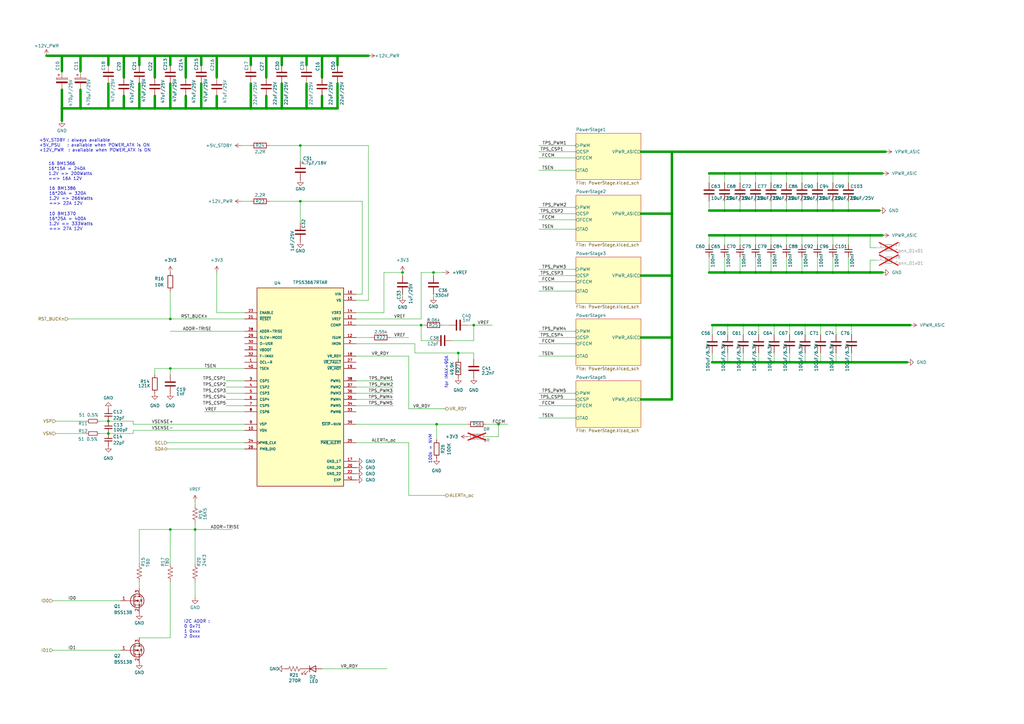
<source format=kicad_sch>
(kicad_sch (version 20231120) (generator "eeschema") (generator_version "8.0")
  (paper "A3")
  (junction (at 115.57 22.86))
  (junction (at 298.45 148.59))
  (junction (at 311.15 148.59))
  (junction (at 88.9 22.86))
  (junction (at 341.63 86.36))
  (junction (at 33.02 44.45))
  (junction (at 298.45 133.35))
  (junction (at 297.18 111.76))
  (junction (at 109.22 44.45))
  (junction (at 44.45 177.8))
  (junction (at 303.53 86.36))
  (junction (at 349.25 148.59))
  (junction (at 304.8 133.35))
  (junction (at 349.25 133.35))
  (junction (at 317.5 133.35))
  (junction (at 297.18 96.52))
  (junction (at 88.9 44.45))
  (junction (at 63.5 22.86))
  (junction (at 336.55 148.59))
  (junction (at 177.8 111.76))
  (junction (at 328.93 96.52))
  (junction (at 309.88 111.76))
  (junction (at 309.88 96.52))
  (junction (at 341.63 71.12))
  (junction (at 132.08 44.45))
  (junction (at 69.85 151.13))
  (junction (at 69.85 130.81))
  (junction (at 50.8 22.86))
  (junction (at 317.5 148.59))
  (junction (at 44.45 44.45))
  (junction (at 328.93 86.36))
  (junction (at 322.58 96.52))
  (junction (at 316.23 71.12))
  (junction (at 347.98 86.36))
  (junction (at 316.23 86.36))
  (junction (at 275.59 87.63))
  (junction (at 330.2 133.35))
  (junction (at 165.1 111.76))
  (junction (at 297.18 71.12))
  (junction (at 125.73 22.86))
  (junction (at 356.87 111.76))
  (junction (at 342.9 148.59))
  (junction (at 304.8 148.59))
  (junction (at 303.53 71.12))
  (junction (at 335.28 86.36))
  (junction (at 80.01 217.17))
  (junction (at 82.55 22.86))
  (junction (at 330.2 148.59))
  (junction (at 25.4 44.45))
  (junction (at 335.28 96.52))
  (junction (at 275.59 138.43))
  (junction (at 347.98 71.12))
  (junction (at 50.8 44.45))
  (junction (at 356.87 96.52))
  (junction (at 115.57 44.45))
  (junction (at 179.07 173.99))
  (junction (at 204.47 173.99))
  (junction (at 347.98 111.76))
  (junction (at 328.93 71.12))
  (junction (at 303.53 96.52))
  (junction (at 342.9 133.35))
  (junction (at 125.73 44.45))
  (junction (at 69.85 44.45))
  (junction (at 323.85 148.59))
  (junction (at 123.19 82.55))
  (junction (at 322.58 71.12))
  (junction (at 341.63 111.76))
  (junction (at 69.85 22.86))
  (junction (at 297.18 86.36))
  (junction (at 33.02 22.86))
  (junction (at 309.88 86.36))
  (junction (at 194.31 133.35))
  (junction (at 109.22 22.86))
  (junction (at 102.87 44.45))
  (junction (at 303.53 111.76))
  (junction (at 57.15 22.86))
  (junction (at 347.98 96.52))
  (junction (at 76.2 44.45))
  (junction (at 335.28 71.12))
  (junction (at 328.93 111.76))
  (junction (at 275.59 113.03))
  (junction (at 44.45 22.86))
  (junction (at 341.63 96.52))
  (junction (at 322.58 86.36))
  (junction (at 316.23 111.76))
  (junction (at 44.45 172.72))
  (junction (at 311.15 133.35))
  (junction (at 82.55 44.45))
  (junction (at 132.08 22.86))
  (junction (at 25.4 22.86))
  (junction (at 102.87 22.86))
  (junction (at 309.88 71.12))
  (junction (at 138.43 22.86))
  (junction (at 323.85 133.35))
  (junction (at 335.28 111.76))
  (junction (at 76.2 22.86))
  (junction (at 187.96 144.78))
  (junction (at 123.19 59.69))
  (junction (at 57.15 44.45))
  (junction (at 172.72 133.35))
  (junction (at 275.59 62.23))
  (junction (at 322.58 111.76))
  (junction (at 336.55 133.35))
  (junction (at 316.23 96.52))
  (junction (at 69.85 217.17))
  (junction (at 63.5 44.45))
  (wire (pts (xy 57.15 22.86) (xy 63.5 22.86)) (stroke (width 1)))
  (wire (pts (xy 316.23 86.36) (xy 322.58 86.36)) (stroke (width 1)))
  (wire (pts (xy 138.43 34.29) (xy 138.43 44.45)) (stroke (width 1)))
  (wire (pts (xy 297.18 105.41) (xy 297.18 111.76)))
  (wire (pts (xy 328.93 111.76) (xy 330.2 111.76)))
  (wire (pts (xy 220.98 138.43) (xy 236.22 138.43)))
  (wire (pts (xy 292.1 148.59) (xy 298.45 148.59)) (stroke (width 1)))
  (wire (pts (xy 335.28 96.52) (xy 341.63 96.52)) (stroke (width 1)))
  (wire (pts (xy 323.85 137.16) (xy 323.85 133.35)))
  (wire (pts (xy 146.05 128.27) (xy 157.48 128.27)))
  (wire (pts (xy 262.89 62.23) (xy 275.59 62.23)) (stroke (width 1)))
  (wire (pts (xy 342.9 148.59) (xy 349.25 148.59)) (stroke (width 1)))
  (wire (pts (xy 298.45 148.59) (xy 304.8 148.59)) (stroke (width 1)))
  (wire (pts (xy 304.8 137.16) (xy 304.8 133.35)))
  (wire (pts (xy 88.9 44.45) (xy 102.87 44.45)) (stroke (width 1)))
  (wire (pts (xy 342.9 144.78) (xy 342.9 148.59)))
  (wire (pts (xy 220.98 110.49) (xy 236.22 110.49)))
  (wire (pts (xy 347.98 71.12) (xy 361.95 71.12)) (stroke (width 1)))
  (wire (pts (xy 57.15 44.45) (xy 63.5 44.45)) (stroke (width 1)))
  (wire (pts (xy 349.25 148.59) (xy 372.11 148.59)) (stroke (width 1)))
  (wire (pts (xy 172.72 111.76) (xy 177.8 111.76)))
  (wire (pts (xy 297.18 82.55) (xy 297.18 86.36)))
  (wire (pts (xy 40.64 172.72) (xy 44.45 172.72)))
  (wire (pts (xy 146.05 161.29) (xy 161.29 161.29)))
  (wire (pts (xy 102.87 34.29) (xy 102.87 44.45)) (stroke (width 1)))
  (wire (pts (xy 125.73 22.86) (xy 132.08 22.86)) (stroke (width 1)))
  (wire (pts (xy 69.85 151.13) (xy 100.33 151.13)))
  (wire (pts (xy 309.88 86.36) (xy 316.23 86.36)) (stroke (width 1)))
  (wire (pts (xy 220.98 62.23) (xy 236.22 62.23)))
  (wire (pts (xy 309.88 82.55) (xy 309.88 86.36)))
  (wire (pts (xy 311.15 148.59) (xy 317.5 148.59)) (stroke (width 1)))
  (wire (pts (xy 309.88 105.41) (xy 309.88 111.76)))
  (wire (pts (xy 342.9 133.35) (xy 342.9 137.16)))
  (wire (pts (xy 194.31 133.35) (xy 201.93 133.35)))
  (wire (pts (xy 115.57 44.45) (xy 125.73 44.45)) (stroke (width 1)))
  (wire (pts (xy 341.63 96.52) (xy 341.63 100.33)))
  (wire (pts (xy 185.42 139.7) (xy 194.31 139.7)))
  (wire (pts (xy 102.87 44.45) (xy 109.22 44.45)) (stroke (width 1)))
  (wire (pts (xy 115.57 22.86) (xy 125.73 22.86)) (stroke (width 1)))
  (wire (pts (xy 54.61 176.53) (xy 54.61 177.8)))
  (wire (pts (xy 115.57 22.86) (xy 115.57 26.67)) (stroke (width 1)))
  (wire (pts (xy 157.48 111.76) (xy 165.1 111.76)))
  (wire (pts (xy 317.5 133.35) (xy 317.5 137.16)))
  (wire (pts (xy 167.64 167.64) (xy 167.64 146.05)))
  (wire (pts (xy 317.5 148.59) (xy 323.85 148.59)) (stroke (width 1)))
  (wire (pts (xy 341.63 86.36) (xy 347.98 86.36)) (stroke (width 1)))
  (wire (pts (xy 50.8 22.86) (xy 57.15 22.86)))
  (wire (pts (xy 303.53 74.93) (xy 303.53 71.12)))
  (wire (pts (xy 151.13 59.69) (xy 151.13 123.19)))
  (wire (pts (xy 316.23 71.12) (xy 316.23 74.93)))
  (wire (pts (xy 328.93 96.52) (xy 335.28 96.52)) (stroke (width 1)))
  (wire (pts (xy 102.87 59.69) (xy 99.06 59.69)))
  (wire (pts (xy 342.9 133.35) (xy 344.17 133.35)))
  (wire (pts (xy 220.98 85.09) (xy 236.22 85.09)))
  (wire (pts (xy 323.85 144.78) (xy 323.85 148.59)))
  (wire (pts (xy 298.45 144.78) (xy 298.45 148.59)))
  (wire (pts (xy 335.28 71.12) (xy 335.28 74.93)))
  (wire (pts (xy 322.58 100.33) (xy 322.58 96.52)))
  (wire (pts (xy 88.9 22.86) (xy 102.87 22.86)))
  (wire (pts (xy 194.31 144.78) (xy 187.96 144.78)))
  (wire (pts (xy 347.98 86.36) (xy 360.68 86.36)) (stroke (width 1)))
  (wire (pts (xy 341.63 71.12) (xy 342.9 71.12)))
  (wire (pts (xy 356.87 106.68) (xy 356.87 111.76)))
  (wire (pts (xy 297.18 96.52) (xy 303.53 96.52)) (stroke (width 1)))
  (wire (pts (xy 349.25 133.35) (xy 373.38 133.35)) (stroke (width 1)))
  (wire (pts (xy 21.59 246.38) (xy 49.53 246.38)))
  (wire (pts (xy 303.53 111.76) (xy 304.8 111.76)))
  (wire (pts (xy 179.07 173.99) (xy 191.77 173.99)))
  (wire (pts (xy 336.55 144.78) (xy 336.55 148.59)))
  (wire (pts (xy 146.05 163.83) (xy 161.29 163.83)))
  (wire (pts (xy 109.22 39.37) (xy 109.22 44.45)) (stroke (width 1)))
  (wire (pts (xy 341.63 105.41) (xy 341.63 111.76)))
  (wire (pts (xy 187.96 144.78) (xy 187.96 147.32)))
  (wire (pts (xy 290.83 105.41) (xy 290.83 111.76)))
  (wire (pts (xy 19.05 22.86) (xy 25.4 22.86)) (stroke (width 1)))
  (wire (pts (xy 303.53 105.41) (xy 303.53 111.76)))
  (wire (pts (xy 297.18 96.52) (xy 297.18 100.33)))
  (wire (pts (xy 146.05 181.61) (xy 167.64 181.61)))
  (wire (pts (xy 115.57 34.29) (xy 115.57 44.45)) (stroke (width 1)))
  (wire (pts (xy 146.05 156.21) (xy 161.29 156.21)))
  (wire (pts (xy 275.59 138.43) (xy 275.59 113.03)) (stroke (width 1)))
  (wire (pts (xy 172.72 133.35) (xy 172.72 139.7)))
  (wire (pts (xy 76.2 39.37) (xy 76.2 44.45)) (stroke (width 1)))
  (wire (pts (xy 199.39 173.99) (xy 204.47 173.99)))
  (wire (pts (xy 328.93 71.12) (xy 335.28 71.12)) (stroke (width 1)))
  (wire (pts (xy 341.63 96.52) (xy 347.98 96.52)) (stroke (width 1)))
  (wire (pts (xy 165.1 111.76) (xy 165.1 113.03)))
  (wire (pts (xy 25.4 29.21) (xy 25.4 25.4)))
  (wire (pts (xy 262.89 113.03) (xy 275.59 113.03)) (stroke (width 1)))
  (wire (pts (xy 335.28 96.52) (xy 335.28 100.33)))
  (wire (pts (xy 44.45 172.72) (xy 54.61 172.72)))
  (wire (pts (xy 82.55 22.86) (xy 82.55 26.67)) (stroke (width 1)))
  (wire (pts (xy 80.01 217.17) (xy 95.25 217.17)))
  (wire (pts (xy 76.2 22.86) (xy 82.55 22.86)))
  (wire (pts (xy 69.85 119.38) (xy 69.85 130.81)))
  (wire (pts (xy 172.72 133.35) (xy 173.99 133.35)))
  (wire (pts (xy 204.47 179.07) (xy 204.47 173.99)))
  (wire (pts (xy 330.2 148.59) (xy 336.55 148.59)) (stroke (width 1)))
  (wire (pts (xy 298.45 133.35) (xy 298.45 137.16)))
  (wire (pts (xy 102.87 22.86) (xy 102.87 26.67)) (stroke (width 1)))
  (wire (pts (xy 138.43 22.86) (xy 138.43 26.67)) (stroke (width 1)))
  (wire (pts (xy 25.4 36.83) (xy 25.4 44.45)) (stroke (width 1)))
  (wire (pts (xy 191.77 133.35) (xy 194.31 133.35)))
  (wire (pts (xy 298.45 133.35) (xy 304.8 133.35)) (stroke (width 1)))
  (wire (pts (xy 303.53 111.76) (xy 309.88 111.76)) (stroke (width 1)))
  (wire (pts (xy 309.88 96.52) (xy 316.23 96.52)) (stroke (width 1)))
  (wire (pts (xy 290.83 71.12) (xy 297.18 71.12)) (stroke (width 1)))
  (wire (pts (xy 109.22 22.86) (xy 115.57 22.86)) (stroke (width 1)))
  (wire (pts (xy 336.55 133.35) (xy 342.9 133.35)) (stroke (width 1)))
  (wire (pts (xy 69.85 34.29) (xy 69.85 44.45)) (stroke (width 1)))
  (wire (pts (xy 69.85 238.76) (xy 69.85 261.62)))
  (wire (pts (xy 347.98 86.36) (xy 350.52 86.36)))
  (wire (pts (xy 322.58 111.76) (xy 328.93 111.76)) (stroke (width 1)))
  (wire (pts (xy 322.58 74.93) (xy 322.58 71.12)))
  (wire (pts (xy 220.98 146.05) (xy 236.22 146.05)))
  (wire (pts (xy 102.87 82.55) (xy 99.06 82.55)))
  (wire (pts (xy 317.5 144.78) (xy 317.5 148.59)))
  (wire (pts (xy 44.45 22.86) (xy 44.45 26.67)) (stroke (width 1)))
  (wire (pts (xy 92.71 161.29) (xy 100.33 161.29)))
  (wire (pts (xy 132.08 39.37) (xy 132.08 44.45)) (stroke (width 1)))
  (wire (pts (xy 335.28 82.55) (xy 335.28 86.36)))
  (wire (pts (xy 349.25 148.59) (xy 351.79 148.59)))
  (wire (pts (xy 88.9 111.76) (xy 88.9 128.27)))
  (wire (pts (xy 322.58 105.41) (xy 322.58 111.76)))
  (wire (pts (xy 220.98 113.03) (xy 236.22 113.03)))
  (wire (pts (xy 57.15 217.17) (xy 57.15 231.14)))
  (wire (pts (xy 347.98 82.55) (xy 347.98 86.36)))
  (wire (pts (xy 92.71 158.75) (xy 100.33 158.75)))
  (wire (pts (xy 290.83 71.12) (xy 290.83 74.93)))
  (wire (pts (xy 63.5 39.37) (xy 63.5 44.45)) (stroke (width 1)))
  (wire (pts (xy 69.85 151.13) (xy 69.85 153.67)))
  (wire (pts (xy 220.98 90.17) (xy 236.22 90.17)))
  (wire (pts (xy 148.59 120.65) (xy 148.59 82.55)))
  (wire (pts (xy 50.8 22.86) (xy 50.8 31.75)) (stroke (width 1)))
  (wire (pts (xy 57.15 34.29) (xy 57.15 44.45)) (stroke (width 1)))
  (wire (pts (xy 220.98 59.69) (xy 236.22 59.69)))
  (wire (pts (xy 342.9 133.35) (xy 349.25 133.35)) (stroke (width 1)))
  (wire (pts (xy 322.58 111.76) (xy 323.85 111.76)))
  (wire (pts (xy 309.88 96.52) (xy 311.15 96.52)))
  (wire (pts (xy 44.45 177.8) (xy 54.61 177.8)))
  (wire (pts (xy 335.28 111.76) (xy 341.63 111.76)) (stroke (width 1)))
  (wire (pts (xy 303.53 96.52) (xy 309.88 96.52)) (stroke (width 1)))
  (wire (pts (xy 341.63 111.76) (xy 344.17 111.76)))
  (wire (pts (xy 322.58 86.36) (xy 328.93 86.36)) (stroke (width 1)))
  (wire (pts (xy 290.83 82.55) (xy 290.83 86.36)))
  (wire (pts (xy 88.9 22.86) (xy 102.87 22.86)) (stroke (width 1)))
  (wire (pts (xy 69.85 130.81) (xy 100.33 130.81)))
  (wire (pts (xy 275.59 163.83) (xy 275.59 138.43)) (stroke (width 1)))
  (wire (pts (xy 146.05 173.99) (xy 179.07 173.99)))
  (wire (pts (xy 170.18 144.78) (xy 170.18 140.97)))
  (wire (pts (xy 341.63 86.36) (xy 342.9 86.36)))
  (wire (pts (xy 323.85 133.35) (xy 330.2 133.35)) (stroke (width 1)))
  (wire (pts (xy 83.82 168.91) (xy 100.33 168.91)))
  (wire (pts (xy 44.45 44.45) (xy 50.8 44.45)) (stroke (width 1)))
  (wire (pts (xy 309.88 111.76) (xy 316.23 111.76)) (stroke (width 1)))
  (wire (pts (xy 220.98 115.57) (xy 236.22 115.57)))
  (wire (pts (xy 328.93 96.52) (xy 328.93 100.33)))
  (wire (pts (xy 336.55 148.59) (xy 342.9 148.59)) (stroke (width 1)))
  (wire (pts (xy 125.73 34.29) (xy 125.73 44.45)) (stroke (width 1)))
  (wire (pts (xy 57.15 217.17) (xy 69.85 217.17)))
  (wire (pts (xy 322.58 71.12) (xy 328.93 71.12)) (stroke (width 1)))
  (wire (pts (xy 181.61 133.35) (xy 184.15 133.35)))
  (wire (pts (xy 57.15 238.76) (xy 57.15 241.3)))
  (wire (pts (xy 347.98 71.12) (xy 350.52 71.12)))
  (wire (pts (xy 328.93 111.76) (xy 335.28 111.76)) (stroke (width 1)))
  (wire (pts (xy 165.1 121.92) (xy 165.1 120.65)))
  (wire (pts (xy 336.55 133.35) (xy 336.55 137.16)))
  (wire (pts (xy 220.98 119.38) (xy 236.22 119.38)))
  (wire (pts (xy 123.19 59.69) (xy 110.49 59.69)))
  (wire (pts (xy 220.98 69.85) (xy 236.22 69.85)))
  (wire (pts (xy 297.18 71.12) (xy 303.53 71.12)) (stroke (width 1)))
  (wire (pts (xy 297.18 71.12) (xy 297.18 74.93)))
  (wire (pts (xy 146.05 133.35) (xy 172.72 133.35)))
  (wire (pts (xy 146.05 138.43) (xy 152.4 138.43)))
  (wire (pts (xy 322.58 96.52) (xy 328.93 96.52)) (stroke (width 1)))
  (wire (pts (xy 125.73 22.86) (xy 125.73 26.67)) (stroke (width 1)))
  (wire (pts (xy 100.33 184.15) (xy 68.58 184.15)))
  (wire (pts (xy 50.8 39.37) (xy 50.8 44.45)) (stroke (width 1)))
  (wire (pts (xy 63.5 22.86) (xy 63.5 31.75)) (stroke (width 1)))
  (wire (pts (xy 63.5 44.45) (xy 69.85 44.45)) (stroke (width 1)))
  (wire (pts (xy 328.93 105.41) (xy 328.93 111.76)))
  (wire (pts (xy 347.98 111.76) (xy 356.87 111.76)) (stroke (width 1)))
  (wire (pts (xy 290.83 86.36) (xy 297.18 86.36)) (stroke (width 1)))
  (wire (pts (xy 328.93 86.36) (xy 335.28 86.36)) (stroke (width 1)))
  (wire (pts (xy 88.9 39.37) (xy 88.9 44.45)) (stroke (width 1)))
  (wire (pts (xy 309.88 96.52) (xy 309.88 100.33)))
  (wire (pts (xy 170.18 140.97) (xy 146.05 140.97)))
  (wire (pts (xy 88.9 128.27) (xy 100.33 128.27)))
  (wire (pts (xy 179.07 173.99) (xy 179.07 180.34)))
  (wire (pts (xy 347.98 96.52) (xy 356.87 96.52)) (stroke (width 1)))
  (wire (pts (xy 311.15 144.78) (xy 311.15 148.59)))
  (wire (pts (xy 316.23 96.52) (xy 316.23 100.33)))
  (wire (pts (xy 109.22 22.86) (xy 109.22 31.75)) (stroke (width 1)))
  (wire (pts (xy 22.86 172.72) (xy 35.56 172.72)))
  (wire (pts (xy 146.05 146.05) (xy 167.64 146.05)))
  (wire (pts (xy 132.08 22.86) (xy 138.43 22.86)) (stroke (width 1)))
  (wire (pts (xy 123.19 59.69) (xy 151.13 59.69)))
  (wire (pts (xy 309.88 71.12) (xy 309.88 74.93)))
  (wire (pts (xy 102.87 22.86) (xy 109.22 22.86)))
  (wire (pts (xy 316.23 105.41) (xy 316.23 111.76)))
  (wire (pts (xy 297.18 111.76) (xy 303.53 111.76)) (stroke (width 1)))
  (wire (pts (xy 25.4 22.86) (xy 33.02 22.86)) (stroke (width 1)))
  (wire (pts (xy 316.23 111.76) (xy 322.58 111.76)) (stroke (width 1)))
  (wire (pts (xy 63.5 22.86) (xy 69.85 22.86)) (stroke (width 1)))
  (wire (pts (xy 109.22 44.45) (xy 115.57 44.45)) (stroke (width 1)))
  (wire (pts (xy 323.85 148.59) (xy 330.2 148.59)) (stroke (width 1)))
  (wire (pts (xy 220.98 163.83) (xy 236.22 163.83)))
  (wire (pts (xy 69.85 151.13) (xy 63.5 151.13)))
  (wire (pts (xy 146.05 166.37) (xy 161.29 166.37)))
  (wire (pts (xy 317.5 133.35) (xy 323.85 133.35)) (stroke (width 1)))
  (wire (pts (xy 194.31 144.78) (xy 194.31 147.32)))
  (wire (pts (xy 220.98 135.89) (xy 236.22 135.89)))
  (wire (pts (xy 304.8 144.78) (xy 304.8 148.59)))
  (wire (pts (xy 220.98 171.45) (xy 236.22 171.45)))
  (wire (pts (xy 57.15 22.86) (xy 57.15 26.67)) (stroke (width 1)))
  (wire (pts (xy 220.98 161.29) (xy 236.22 161.29)))
  (wire (pts (xy 297.18 86.36) (xy 303.53 86.36)) (stroke (width 1)))
  (wire (pts (xy 146.05 120.65) (xy 148.59 120.65)))
  (wire (pts (xy 304.8 133.35) (xy 311.15 133.35)) (stroke (width 1)))
  (wire (pts (xy 220.98 140.97) (xy 236.22 140.97)))
  (wire (pts (xy 57.15 261.62) (xy 69.85 261.62)))
  (wire (pts (xy 182.88 167.64) (xy 167.64 167.64)))
  (wire (pts (xy 44.45 22.86) (xy 50.8 22.86)) (stroke (width 1)))
  (wire (pts (xy 123.19 82.55) (xy 148.59 82.55)))
  (wire (pts (xy 199.39 179.07) (xy 204.47 179.07)))
  (wire (pts (xy 303.53 82.55) (xy 303.53 86.36)))
  (wire (pts (xy 92.71 156.21) (xy 100.33 156.21)))
  (wire (pts (xy 80.01 238.76) (xy 80.01 245.11)))
  (wire (pts (xy 220.98 93.98) (xy 236.22 93.98)))
  (wire (pts (xy 349.25 144.78) (xy 349.25 148.59)))
  (wire (pts (xy 82.55 44.45) (xy 88.9 44.45)) (stroke (width 1)))
  (wire (pts (xy 335.28 111.76) (xy 336.55 111.76)))
  (wire (pts (xy 316.23 96.52) (xy 322.58 96.52)) (stroke (width 1)))
  (wire (pts (xy 123.19 82.55) (xy 123.19 91.44)))
  (wire (pts (xy 54.61 173.99) (xy 100.33 173.99)))
  (wire (pts (xy 181.61 111.76) (xy 177.8 111.76)))
  (wire (pts (xy 102.87 22.86) (xy 109.22 22.86)) (stroke (width 1)))
  (wire (pts (xy 22.86 177.8) (xy 35.56 177.8)))
  (wire (pts (xy 54.61 176.53) (xy 100.33 176.53)))
  (wire (pts (xy 328.93 82.55) (xy 328.93 86.36)))
  (wire (pts (xy 292.1 133.35) (xy 298.45 133.35)) (stroke (width 1)))
  (wire (pts (xy 69.85 22.86) (xy 76.2 22.86)))
  (wire (pts (xy 160.02 138.43) (xy 167.64 138.43)))
  (wire (pts (xy 69.85 217.17) (xy 69.85 231.14)))
  (wire (pts (xy 290.83 96.52) (xy 290.83 100.33)))
  (wire (pts (xy 157.48 128.27) (xy 157.48 111.76)))
  (wire (pts (xy 322.58 96.52) (xy 323.85 96.52)))
  (wire (pts (xy 25.4 22.86) (xy 25.4 29.21)) (stroke (width 1)))
  (wire (pts (xy 309.88 71.12) (xy 316.23 71.12)) (stroke (width 1)))
  (wire (pts (xy 69.85 22.86) (xy 76.2 22.86)) (stroke (width 1)))
  (wire (pts (xy 330.2 144.78) (xy 330.2 148.59)))
  (wire (pts (xy 328.93 96.52) (xy 330.2 96.52)))
  (wire (pts (xy 316.23 96.52) (xy 317.5 96.52)))
  (wire (pts (xy 341.63 71.12) (xy 341.63 74.93)))
  (wire (pts (xy 347.98 96.52) (xy 347.98 100.33)))
  (wire (pts (xy 57.15 44.45) (xy 50.8 44.45)) (stroke (width 1)))
  (wire (pts (xy 341.63 111.76) (xy 347.98 111.76)) (stroke (width 1)))
  (wire (pts (xy 82.55 34.29) (xy 82.55 44.45)) (stroke (width 1)))
  (wire (pts (xy 109.22 22.86) (xy 115.57 22.86)))
  (wire (pts (xy 33.02 29.21) (xy 33.02 22.86)) (stroke (width 1)))
  (wire (pts (xy 63.5 151.13) (xy 63.5 153.67)))
  (wire (pts (xy 220.98 64.77) (xy 236.22 64.77)))
  (wire (pts (xy 262.89 87.63) (xy 275.59 87.63)) (stroke (width 1)))
  (wire (pts (xy 123.19 59.69) (xy 123.19 66.04)))
  (wire (pts (xy 33.02 36.83) (xy 33.02 44.45)) (stroke (width 1)))
  (wire (pts (xy 359.41 101.6) (xy 356.87 101.6)))
  (wire (pts (xy 347.98 71.12) (xy 347.98 74.93)))
  (wire (pts (xy 82.55 22.86) (xy 88.9 22.86)))
  (wire (pts (xy 88.9 22.86) (xy 88.9 31.75)) (stroke (width 1)))
  (wire (pts (xy 172.72 139.7) (xy 177.8 139.7)))
  (wire (pts (xy 146.05 130.81) (xy 172.72 130.81)))
  (wire (pts (xy 170.18 144.78) (xy 187.96 144.78)))
  (wire (pts (xy 146.05 123.19) (xy 151.13 123.19)))
  (wire (pts (xy 303.53 86.36) (xy 309.88 86.36)) (stroke (width 1)))
  (wire (pts (xy 132.08 22.86) (xy 132.08 31.75)) (stroke (width 1)))
  (wire (pts (xy 69.85 135.89) (xy 100.33 135.89)))
  (wire (pts (xy 347.98 111.76) (xy 351.79 111.76)))
  (wire (pts (xy 167.64 181.61) (xy 167.64 203.2)))
  (wire (pts (xy 82.55 22.86) (xy 88.9 22.86)) (stroke (width 1)))
  (wire (pts (xy 123.19 82.55) (xy 110.49 82.55)))
  (wire (pts (xy 275.59 87.63) (xy 275.59 62.23)) (stroke (width 1)))
  (wire (pts (xy 356.87 101.6) (xy 356.87 96.52)))
  (wire (pts (xy 349.25 133.35) (xy 351.79 133.35)))
  (wire (pts (xy 322.58 82.55) (xy 322.58 86.36)))
  (wire (pts (xy 177.8 111.76) (xy 177.8 113.03)))
  (wire (pts (xy 25.4 44.45) (xy 33.02 44.45)) (stroke (width 1)))
  (wire (pts (xy 40.64 177.8) (xy 44.45 177.8)))
  (wire (pts (xy 335.28 105.41) (xy 335.28 111.76)))
  (wire (pts (xy 69.85 217.17) (xy 80.01 217.17)))
  (wire (pts (xy 69.85 44.45) (xy 76.2 44.45)) (stroke (width 1)))
  (wire (pts (xy 115.57 22.86) (xy 120.65 22.86)))
  (wire (pts (xy 80.01 214.63) (xy 80.01 217.17)))
  (wire (pts (xy 290.83 96.52) (xy 297.18 96.52)) (stroke (width 1)))
  (wire (pts (xy 330.2 133.35) (xy 330.2 137.16)))
  (wire (pts (xy 311.15 133.35) (xy 317.5 133.35)) (stroke (width 1)))
  (wire (pts (xy 292.1 133.35) (xy 292.1 137.16)))
  (wire (pts (xy 304.8 148.59) (xy 311.15 148.59)) (stroke (width 1)))
  (wire (pts (xy 303.53 96.52) (xy 304.8 96.52)))
  (wire (pts (xy 341.63 96.52) (xy 344.17 96.52)))
  (wire (pts (xy 309.88 111.76) (xy 311.15 111.76)))
  (wire (pts (xy 316.23 71.12) (xy 322.58 71.12)) (stroke (width 1)))
  (wire (pts (xy 57.15 22.86) (xy 63.5 22.86)))
  (wire (pts (xy 92.71 163.83) (xy 100.33 163.83)))
  (wire (pts (xy 125.73 44.45) (xy 132.08 44.45)) (stroke (width 1)))
  (wire (pts (xy 76.2 22.86) (xy 76.2 31.75)) (stroke (width 1)))
  (wire (pts (xy 25.4 44.45) (xy 25.4 49.53)) (stroke (width 1)))
  (wire (pts (xy 69.85 22.86) (xy 69.85 26.67)) (stroke (width 1)))
  (wire (pts (xy 177.8 120.65) (xy 177.8 121.92)))
  (wire (pts (xy 21.59 266.7) (xy 49.53 266.7)))
  (wire (pts (xy 220.98 87.63) (xy 236.22 87.63)))
  (wire (pts (xy 100.33 181.61) (xy 68.58 181.61)))
  (wire (pts (xy 330.2 133.35) (xy 336.55 133.35)) (stroke (width 1)))
  (wire (pts (xy 92.71 166.37) (xy 100.33 166.37)))
  (wire (pts (xy 335.28 86.36) (xy 341.63 86.36)) (stroke (width 1)))
  (wire (pts (xy 311.15 133.35) (xy 311.15 137.16)))
  (wire (pts (xy 80.01 207.01) (xy 80.01 205.74)))
  (wire (pts (xy 262.89 163.83) (xy 275.59 163.83)) (stroke (width 1)))
  (wire (pts (xy 335.28 96.52) (xy 336.55 96.52)))
  (wire (pts (xy 138.43 22.86) (xy 151.13 22.86)) (stroke (width 1)))
  (wire (pts (xy 262.89 138.43) (xy 275.59 138.43)) (stroke (width 1)))
  (wire (pts (xy 76.2 22.86) (xy 82.55 22.86)) (stroke (width 1)))
  (wire (pts (xy 347.98 105.41) (xy 347.98 111.76)))
  (wire (pts (xy 194.31 133.35) (xy 194.31 139.7)))
  (wire (pts (xy 356.87 96.52) (xy 361.95 96.52)) (stroke (width 1)))
  (wire (pts (xy 132.08 44.45) (xy 138.43 44.45)) (stroke (width 1)))
  (wire (pts (xy 356.87 111.76) (xy 361.95 111.76)) (stroke (width 1)))
  (wire (pts (xy 341.63 71.12) (xy 347.98 71.12)) (stroke (width 1)))
  (wire (pts (xy 303.53 71.12) (xy 309.88 71.12)) (stroke (width 1)))
  (wire (pts (xy 172.72 130.81) (xy 172.72 111.76)))
  (wire (pts (xy 132.08 274.32) (xy 158.75 274.32)))
  (wire (pts (xy 33.02 22.86) (xy 44.45 22.86)) (stroke (width 1)))
  (wire (pts (xy 359.41 106.68) (xy 356.87 106.68)))
  (wire (pts (xy 349.25 133.35) (xy 349.25 137.16)))
  (wire (pts (xy 328.93 71.12) (xy 328.93 74.93)))
  (wire (pts (xy 316.23 111.76) (xy 317.5 111.76)))
  (wire (pts (xy 50.8 22.86) (xy 57.15 22.86)) (stroke (width 1)))
  (wire (pts (xy 347.98 96.52) (xy 351.79 96.52)))
  (wire (pts (xy 44.45 34.29) (xy 44.45 44.45)) (stroke (width 1)))
  (wire (pts (xy 80.01 217.17) (xy 80.01 231.14)))
  (wire (pts (xy 316.23 82.55) (xy 316.23 86.36)))
  (wire (pts (xy 275.59 113.03) (xy 275.59 87.63)) (stroke (width 1)))
  (wire (pts (xy 341.63 82.55) (xy 341.63 86.36)))
  (wire (pts (xy 292.1 144.78) (xy 292.1 148.59)))
  (wire (pts (xy 290.83 111.76) (xy 297.18 111.76)) (stroke (width 1)))
  (wire (pts (xy 76.2 44.45) (xy 82.55 44.45)) (stroke (width 1)))
  (wire (pts (xy 167.64 203.2) (xy 182.88 203.2)))
  (wire (pts (xy 63.5 22.86) (xy 69.85 22.86)))
  (wire (pts (xy 146.05 158.75) (xy 161.29 158.75)))
  (wire (pts (xy 33.02 44.45) (xy 44.45 44.45)) (stroke (width 1)))
  (wire (pts (xy 27.94 130.81) (xy 69.85 130.81)))
  (wire (pts (xy 275.59 62.23) (xy 363.22 62.23)) (stroke (width 1)))
  (wire (pts (xy 303.53 100.33) (xy 303.53 96.52)))
  (wire (pts (xy 220.98 166.37) (xy 236.22 166.37)))
  (wire (pts (xy 54.61 172.72) (xy 54.61 173.99)))
  (wire (pts (xy 342.9 148.59) (xy 344.17 148.59)))
  (wire (pts (xy 204.47 173.99) (xy 208.28 173.99)))
  (wire (pts (xy 335.28 71.12) (xy 341.63 71.12)) (stroke (width 1)))
  (text "for IMAX=90A" (at 183.134 152.654 90) (effects (font (size 1.27 1.27))))
  (text "16 BM1366\n16*15A = 240A\n1.2V => 200Watts\n==> 16A 12V" (at 19.812 70.358 0) (effects (font (size 1.27 1.27)) (justify left)))
  (text "+5V_STDBY : always available\n+5V_PSU   : available when POWER_ATX is ON\n+12V_PWR  : available when POWER_ATX is ON" (at 16.002 59.69 0) (effects (font (size 1.27 1.27)) (justify left)))
  (text "10 BM1370\n16*25A = 400A\n1.2V => 333Watts\n==> 27A 12V" (at 20.066 90.932 0) (effects (font (size 1.27 1.27)) (justify left)))
  (text "I2C ADDR :\n0 0x71\n1 0xxx\n2 0xxx" (at 75.438 261.874 0) (effects (font (size 1.27 1.27)) (justify left bottom)))
  (text "16 BM1386\n16*20A = 320A\n1.2V => 266Watts\n==> 22A 12V" (at 20.066 80.518 0) (effects (font (size 1.27 1.27)) (justify left)))
  (text "100k = NVM" (at 176.53 184.15 90) (effects (font (size 1.27 1.27))))
  (label "TPS_CSP4" (at 92.71 163.83 180))
  (label "TSEN" (at 222.25 171.45 0))
  (label "ID1" (at 27.94 266.7 0))
  (label "VREF" (at 166.37 130.81 180))
  (label "VSENSE+" (at 71.12 173.99 180))
  (label "ADDR-TRISE" (at 74.93 135.89 0))
  (label "TPS_PWM5" (at 151.13 166.37 0))
  (label "TPS_PWM4" (at 151.13 163.83 0))
  (label "TPS_PWM4" (at 222.25 135.89 0))
  (label "RST_BUCKn" (at 85.09 130.81 180))
  (label "TPS_PWM2" (at 232.41 85.09 180))
  (label "TPS_PWM2" (at 161.29 158.75 180))
  (label "TPS_CSP2" (at 231.14 87.63 180))
  (label "FCCM" (at 222.25 64.77 0))
  (label "VREF" (at 88.9 168.91 180))
  (label "VR_RDY" (at 139.7 274.32 0))
  (label "TPS_CSP3" (at 92.71 161.29 180))
  (label "TPS_CSP5" (at 231.14 163.83 180))
  (label "ID0" (at 27.94 246.38 0))
  (label "TPS_PWM1" (at 161.29 156.21 180))
  (label "FCCM" (at 222.25 140.97 0))
  (label "TPS_CSP1" (at 92.71 156.21 180))
  (label "TPS_PWM3" (at 151.13 161.29 0))
  (label "TPS_PWM5" (at 222.25 161.29 0))
  (label "TSEN" (at 222.25 146.05 0))
  (label "FCCM" (at 222.25 166.37 0))
  (label "VR_RDY" (at 176.53 167.64 180))
  (label "FCCM" (at 201.93 173.99 0))
  (label "FCCM" (at 222.25 115.57 0))
  (label "TPS_CSP4" (at 231.14 138.43 180))
  (label "ALERTn_oc" (at 152.4 181.61 0))
  (label "VR_RDY" (at 152.4 146.05 0))
  (label "TPS_PWM3" (at 222.25 110.49 0))
  (label "TSEN" (at 222.25 119.38 0))
  (label "VREF" (at 200.66 133.35 180))
  (label "TPS_PWM1" (at 232.41 59.69 180))
  (label "TSEN" (at 222.25 93.98 0))
  (label "ADDR-TRISE" (at 86.36 217.17 0))
  (label "TPS_CSP3" (at 231.14 113.03 180))
  (label "FCCM" (at 222.25 90.17 0))
  (label "VSENSE-" (at 71.12 176.53 180))
  (label "TSEN" (at 83.82 151.13 0))
  (label "TPS_CSP2" (at 92.71 158.75 180))
  (label "TSEN" (at 222.25 69.85 0))
  (label "TPS_CSP5" (at 92.71 166.37 180))
  (label "VREF" (at 166.37 138.43 180))
  (label "TPS_CSP1" (at 231.14 62.23 180))
  (hierarchical_label "SCL" (shape input) (at 68.58 181.61 180))
  (hierarchical_label "ALERTn_oc" (shape output) (at 182.88 203.2 0))
  (hierarchical_label "VSP" (shape input) (at 22.86 172.72 180))
  (hierarchical_label "SDA" (shape bidirectional) (at 68.58 184.15 180))
  (hierarchical_label "VSN" (shape input) (at 22.86 177.8 180))
  (hierarchical_label "ID0" (shape input) (at 21.59 246.38 180))
  (hierarchical_label "ID1" (shape input) (at 21.59 266.7 180))
  (hierarchical_label "RST_BUCKn" (shape input) (at 27.94 130.81 180))
  (hierarchical_label "VR_RDY" (shape output) (at 182.88 167.64 0))
  (symbol (lib_id "Device:C") (at 44.45 30.48 0) (unit 1)
    (property "Reference" "C18" (at 42.418 28.956 90) (effects (justify left)))
    (property "Value" "47uF/25V" (at 46.228 41.91 90) (effects (justify left)))
    (property "Footprint" "Capacitor_SMD:C_1210_3225Metric" (effects (hide yes)))
    (property "Description" "MLCC - CMS 963-MSAST32MAB5476MP RPLCMT PN 25V 47uF X5R 1210 20%" (effects (hide yes)))
    (property "P/N MOUSER" "963-TMK325ABJ476MM-P" (effects (hide yes)))
  )
  (symbol (lib_id "Device:C") (at 303.53 78.74 0) (unit 1)
    (property "Reference" "C72" (at 304.292 76.454 0) (effects (justify left)))
    (property "Value" "10uF/25V" (at 304.292 81.28 0) (effects (justify left)))
    (property "Footprint" "Capacitor_SMD:C_0805_2012Metric" (effects (hide yes)))
    (property "P/N MOUSER" "963-TMK212BBJ106MG-T" (effects (hide yes)))
  )
  (symbol (lib_id "Device:C") (at 309.88 78.74 0) (unit 1)
    (property "Reference" "C77" (at 310.642 76.454 0) (effects (justify left)))
    (property "Value" "10uF/25V" (at 310.642 81.28 0) (effects (justify left)))
    (property "Footprint" "Capacitor_SMD:C_0805_2012Metric" (effects (hide yes)))
    (property "P/N MOUSER" "963-TMK212BBJ106MG-T" (effects (hide yes)))
  )
  (symbol (lib_name "GND_5") (lib_id "power:GND") (at 123.19 99.06 0) (mirror y) (unit 1)
    (property "Reference" "#PWR0117" (effects (hide yes)))
    (property "Value" "GND" (at 123.19 102.87 0))
    (property "Description" "Power symbol creates a global label with name \"GND\" , ground" (effects (hide yes)))
  )
  (symbol (lib_id "power:GND") (at 80.01 245.11 0) (unit 1)
    (property "Reference" "#PWR0110" (effects (hide yes)))
    (property "Value" "GND" (at 80.01 249.174 0))
    (property "Description" "Power symbol creates a global label with name \"GND\" , ground" (effects (hide yes)))
  )
  (symbol (lib_id "power:VDD") (at 361.95 71.12 270) (unit 1)
    (property "Reference" "#PWR0135" (effects (hide yes)))
    (property "Value" "VPWR_ASIC" (at 365.76 71.12 90) (effects (justify left)))
    (property "Description" "Power symbol creates a global label with name \"VDD\"" (effects (hide yes)))
  )
  (symbol (lib_id "Device:R_Small") (at 38.1 172.72 90) (unit 1)
    (property "Reference" "R11" (at 34.036 173.736 90))
    (property "Value" "51 0.5%" (at 36.322 170.18 90))
    (property "Footprint" "Resistor_SMD:R_0805_2012Metric" (effects (hide yes)))
    (property "Description" "Resistor, small symbol" (effects (hide yes)))
    (property "P/N MOUSER" "603-RT0805DRE0751RL" (effects (hide yes)))
  )
  (symbol (lib_id "Device:C_Small") (at 290.83 102.87 0) (unit 1)
    (property "Reference" "C60" (at 285.242 101.092 0) (effects (justify left)))
    (property "Value" "100nF" (at 292.354 109.728 90) (effects (justify left)))
    (property "Footprint" "Capacitor_SMD:C_0805_2012Metric" (effects (hide yes)))
    (property "P/N MOUSER" "791-SH21B104K101CT" (effects (hide yes)))
  )
  (symbol (lib_id "Device:C") (at 347.98 78.74 0) (unit 1)
    (property "Reference" "C103" (at 348.742 76.454 0) (effects (justify left)))
    (property "Value" "10uF/25V" (at 348.742 81.28 0) (effects (justify left)))
    (property "Footprint" "Capacitor_SMD:C_0805_2012Metric" (effects (hide yes)))
    (property "P/N MOUSER" "963-TMK212BBJ106MG-T" (effects (hide yes)))
  )
  (symbol (lib_id "Transistor_FET:BSS138") (at 54.61 246.38 0) (unit 1)
    (property "Reference" "Q1" (at 46.736 248.666 0) (effects (justify left)))
    (property "Value" "BSS138" (at 46.736 251.206 0) (effects (justify left)))
    (property "Footprint" "Package_TO_SOT_SMD:SOT-23" (effects (hide yes)))
    (property "Datasheet" "https://www.onsemi.com/pub/Collateral/BSS138-D.PDF" (effects (hide yes)))
    (property "Description" "50V Vds, 0.22A Id, N-Channel MOSFET, SOT-23" (effects (hide yes)))
  )
  (symbol (lib_id "Device:R") (at 177.8 133.35 270) (unit 1)
    (property "Reference" "R25" (at 177.8 133.35 90))
    (property "Value" "8.06k" (at 177.8 131.318 90))
    (property "Footprint" "Resistor_SMD:R_0805_2012Metric" (effects (hide yes)))
    (property "Description" "Resistor" (effects (hide yes)))
    (property "P/N MOUSER" "603-RC0805FR-078K06L" (effects (hide yes)))
  )
  (symbol (lib_name "GND_6") (lib_id "power:GND") (at 146.05 189.23 90) (unit 1)
    (property "Reference" "#PWR0112" (effects (hide yes)))
    (property "Value" "GND" (at 149.86 189.2299 90) (effects (justify right)))
    (property "Description" "Power symbol creates a global label with name \"GND\" , ground" (effects (hide yes)))
  )
  (symbol (lib_id "Device:C_Small") (at 44.45 180.34 0) (unit 1)
    (property "Reference" "C14" (at 46.355 179.07 0) (effects (justify left)))
    (property "Value" "22pF" (at 46.355 181.61 0) (effects (justify left)))
    (property "Footprint" "Capacitor_SMD:C_0805_2012Metric" (effects (hide yes)))
    (property "Description" "MLCC - 22pF 0805" (effects (hide yes)))
    (property "P/N MOUSER" "581-08055C220KAT2A" (effects (hide yes)))
  )
  (symbol (lib_name "GND_7") (lib_id "power:GND") (at 63.5 161.29 0) (unit 1)
    (property "Reference" "#PWR0104" (effects (hide yes)))
    (property "Value" "GND" (at 63.5 166.37 0))
    (property "Description" "Power symbol creates a global label with name \"GND\" , ground" (effects (hide yes)))
  )
  (symbol (lib_id "Device:R") (at 179.07 184.15 180) (unit 1)
    (property "Reference" "R26" (at 181.61 184.15 90))
    (property "Value" "100K" (at 184.15 184.15 90))
    (property "Footprint" "Resistor_SMD:R_0805_2012Metric" (effects (hide yes)))
    (property "Description" "Resistor" (effects (hide yes)))
    (property "P/N MOUSER" "279-CRG0805F100K " (effects (hide yes)))
  )
  (symbol (lib_id "Device:C_Small") (at 316.23 102.87 0) (unit 1)
    (property "Reference" "C79" (at 310.642 101.092 0) (effects (justify left)))
    (property "Value" "100nF" (at 317.754 109.728 90) (effects (justify left)))
    (property "Footprint" "Capacitor_SMD:C_0805_2012Metric" (effects (hide yes)))
    (property "P/N MOUSER" "791-SH21B104K101CT" (effects (hide yes)))
  )
  (symbol (lib_id "Device:LED") (at 128.27 274.32 0) (unit 1)
    (property "Reference" "D2" (at 129.54 277.622 0) (effects (justify right)))
    (property "Value" "LED" (at 130.556 279.4 0) (effects (justify right)))
    (property "Footprint" "LED_SMD:LED_0805_2012Metric_Pad1.15x1.40mm_HandSolder" (effects (hide yes)))
    (property "Description" "Light emitting diode" (effects (hide yes)))
    (property "P/N MOUSER" "859-LTST-C171GKT" (effects (hide yes)))
  )
  (symbol (lib_id "Device:C") (at 63.5 35.56 0) (unit 1)
    (property "Reference" "C22" (at 61.722 29.21 90) (effects (justify left)))
    (property "Value" "47uF/25V" (at 66.802 42.418 90) (effects (justify left)))
    (property "Footprint" "Capacitor_SMD:C_1210_3225Metric" (effects (hide yes)))
    (property "Description" "MLCC - CMS 963-MSAST32MAB5476MP RPLCMT PN 25V 47uF X5R 1210 20%" (effects (hide yes)))
    (property "P/N MOUSER" "963-TMK325ABJ476MM-P" (effects (hide yes)))
  )
  (symbol (lib_name "GND_4") (lib_id "power:GND") (at 177.8 121.92 0) (unit 1)
    (property "Reference" "#PWR0119" (effects (hide yes)))
    (property "Value" "GND" (at 177.8 125.73 0))
    (property "Description" "Power symbol creates a global label with name \"GND\" , ground" (effects (hide yes)))
  )
  (symbol (lib_name "+3V3_1") (lib_id "power:+3V3") (at 191.77 179.07 90) (mirror x) (unit 1)
    (property "Reference" "#PWR0197" (effects (hide yes)))
    (property "Value" "+3V3" (at 187.96 179.0699 90) (effects (justify left)))
    (property "Description" "Power symbol creates a global label with name \"+3V3\"" (effects (hide yes)))
  )
  (symbol (lib_id "Device:C") (at 194.31 151.13 0) (unit 1)
    (property "Reference" "C41" (at 197.612 151.13 0) (effects (justify left)))
    (property "Value" "2.2nF" (at 197.485 153.035 0) (effects (justify left)))
    (property "Footprint" "Capacitor_SMD:C_0805_2012Metric" (effects (hide yes)))
    (property "P/N MOUSER" "791-0805B222K160CT" (effects (hide yes)))
  )
  (symbol (lib_id "Device:C") (at 88.9 35.56 0) (unit 1)
    (property "Reference" "C216" (at 87.122 29.21 90) (effects (justify left)))
    (property "Value" "47uF/25V" (at 92.202 42.418 90) (effects (justify left)))
    (property "Footprint" "Capacitor_SMD:C_1210_3225Metric" (effects (hide yes)))
    (property "Description" "MLCC - CMS 963-MSAST32MAB5476MP RPLCMT PN 25V 47uF X5R 1210 20%" (effects (hide yes)))
    (property "P/N MOUSER" "963-TMK325ABJ476MM-P" (effects (hide yes)))
  )
  (symbol (lib_id "Device:C_Small") (at 322.58 102.87 0) (unit 1)
    (property "Reference" "C84" (at 316.992 101.092 0) (effects (justify left)))
    (property "Value" "100nF" (at 324.104 109.728 90) (effects (justify left)))
    (property "Footprint" "Capacitor_SMD:C_0805_2012Metric" (effects (hide yes)))
    (property "P/N MOUSER" "791-SH21B104K101CT" (effects (hide yes)))
  )
  (symbol (lib_id "power:GND") (at 25.4 49.53 0) (unit 1)
    (property "Reference" "#PWR099" (effects (hide yes)))
    (property "Value" "GND" (at 25.4 53.594 0))
    (property "Description" "Power symbol creates a global label with name \"GND\" , ground" (effects (hide yes)))
  )
  (symbol (lib_id "Device:C") (at 138.43 30.48 0) (unit 1)
    (property "Reference" "C50" (at 136.652 28.956 90) (effects (justify left)))
    (property "Value" "22uF/25V" (at 140.208 43.18 90) (effects (justify left)))
    (property "Footprint" "Capacitor_SMD:C_1210_3225Metric" (effects (hide yes)))
    (property "DK" "GRM32ER61E226KE15L" (effects (hide yes)))
    (property "P/N MOUSER" "81-GRM32ER61E226KE15" (effects (hide yes)))
  )
  (symbol (lib_id "Device:R_US") (at 57.15 234.95 0) (unit 1)
    (property "Reference" "R15" (at 58.674 232.41 90) (effects (justify left)))
    (property "Value" "TBD" (at 60.706 232.664 90) (effects (justify left)))
    (property "Footprint" "Resistor_SMD:R_0805_2012Metric" (effects (hide yes)))
  )
  (symbol (lib_id "Device:R_US") (at 120.65 274.32 90) (unit 1)
    (property "Reference" "R21" (at 118.618 276.86 90) (effects (justify right)))
    (property "Value" "270R" (at 118.364 279.146 90) (effects (justify right)))
    (property "Footprint" "Resistor_SMD:R_0805_2012Metric" (effects (hide yes)))
  )
  (symbol (lib_id "Device:C") (at 341.63 78.74 0) (unit 1)
    (property "Reference" "C99" (at 342.392 76.454 0) (effects (justify left)))
    (property "Value" "10uF/25V" (at 342.392 81.28 0) (effects (justify left)))
    (property "Footprint" "Capacitor_SMD:C_0805_2012Metric" (effects (hide yes)))
    (property "P/N MOUSER" "963-TMK212BBJ106MG-T" (effects (hide yes)))
  )
  (symbol (lib_name "GND_9") (lib_id "power:GND") (at 44.45 182.88 0) (unit 1)
    (property "Reference" "#PWR0102" (effects (hide yes)))
    (property "Value" "GND" (at 44.45 187.96 0))
    (property "Description" "Power symbol creates a global label with name \"GND\" , ground" (effects (hide yes)))
  )
  (symbol (lib_id "Device:C") (at 50.8 35.56 0) (unit 1)
    (property "Reference" "C20" (at 48.768 29.21 90) (effects (justify left)))
    (property "Value" "47uF/25V" (at 54.102 42.418 90) (effects (justify left)))
    (property "Footprint" "Capacitor_SMD:C_1210_3225Metric" (effects (hide yes)))
    (property "Description" "MLCC - CMS 963-MSAST32MAB5476MP RPLCMT PN 25V 47uF X5R 1210 20%" (effects (hide yes)))
    (property "P/N MOUSER" "963-TMK325ABJ476MM-P" (effects (hide yes)))
  )
  (symbol (lib_name "GND_7") (lib_id "power:GND") (at 187.96 154.94 0) (mirror y) (unit 1)
    (property "Reference" "#PWR0124" (effects (hide yes)))
    (property "Value" "GND" (at 187.96 160.02 0))
    (property "Description" "Power symbol creates a global label with name \"GND\" , ground" (effects (hide yes)))
  )
  (symbol (lib_id "power:GND") (at 57.15 271.78 0) (unit 1)
    (property "Reference" "#PWR0106" (effects (hide yes)))
    (property "Value" "GND" (at 57.15 275.844 0))
    (property "Description" "Power symbol creates a global label with name \"GND\" , ground" (effects (hide yes)))
  )
  (symbol (lib_id "Device:C_Small") (at 341.63 102.87 0) (unit 1)
    (property "Reference" "C96" (at 336.042 101.092 0) (effects (justify left)))
    (property "Value" "100nF" (at 343.154 109.728 90) (effects (justify left)))
    (property "Footprint" "Capacitor_SMD:C_0805_2012Metric" (effects (hide yes)))
    (property "P/N MOUSER" "791-SH21B104K101CT" (effects (hide yes)))
  )
  (symbol (lib_id "Device:R") (at 195.58 179.07 270) (unit 1) (dnp yes)
    (property "Reference" "R57" (at 197.612 179.07 90) (effects (justify right)))
    (property "Value" "0R" (at 200.914 180.594 90) (effects (justify right)))
    (property "Footprint" "Resistor_SMD:R_0805_2012Metric" (effects (hide yes)))
    (property "Description" "Resistor" (effects (hide yes)))
    (property "Distributor" "D" (effects (hide yes)))
    (property "P/N MOUSER" "71-CRCW08050000Z0ECC" (effects (hide yes)))
  )
  (symbol (lib_id "Device:C") (at 125.73 30.48 0) (unit 1)
    (property "Reference" "C39" (at 123.952 28.956 90) (effects (justify left)))
    (property "Value" "22uF/25V" (at 127.508 43.18 90) (effects (justify left)))
    (property "Footprint" "Capacitor_SMD:C_1210_3225Metric" (effects (hide yes)))
    (property "DK" "GRM32ER61E226KE15L" (effects (hide yes)))
    (property "P/N MOUSER" "81-GRM32ER61E226KE15" (effects (hide yes)))
  )
  (symbol (lib_id "Device:C") (at 349.25 140.97 0) (unit 1)
    (property "Reference" "C76" (at 344.678 136.652 0) (effects (justify left)))
    (property "Value" "100uF/6.3V" (at 347.472 152.4 90) (effects (justify left)))
    (property "Footprint" "Capacitor_SMD:C_1206_3216Metric" (effects (hide yes)))
    (property "Description" "MLCC - CMS 963-MSASA31LAB5107MT RPLCMT PN 4V 100uF X5R 1206 20%" (effects (hide yes)))
    (property "P/N MOUSER" "187-CL31A107MQHNNWE" (effects (hide yes)))
  )
  (symbol (lib_id "power:+3.3V") (at 99.06 59.69 90) (mirror x) (unit 1)
    (property "Reference" "#PWR0122" (effects (hide yes)))
    (property "Value" "+5V_STDBY" (at 95.25 59.6899 90) (effects (justify left)))
  )
  (symbol (lib_id "Device:R_US") (at 80.01 210.82 0) (unit 1)
    (property "Reference" "R19" (at 82.296 213.106 90) (effects (justify left)))
    (property "Value" "16K5" (at 84.074 213.36 90) (effects (justify left)))
    (property "Footprint" "Resistor_SMD:R_0805_2012Metric" (effects (hide yes)))
    (property "P/N MOUSER" "603-RC0805FR-0716K5L" (effects (hide yes)))
  )
  (symbol (lib_id "Device:C") (at 177.8 116.84 0) (mirror y) (unit 1)
    (property "Reference" "C36" (at 183.642 119.126 0) (effects (justify left)))
    (property "Value" "330nF" (at 184.404 121.158 0) (effects (justify left)))
    (property "Footprint" "Capacitor_SMD:C_0805_2012Metric" (effects (hide yes)))
    (property "P/N MOUSER" "187-CL21B334KBFNNNE" (effects (hide yes)))
  )
  (symbol (lib_id "Device:C") (at 304.8 140.97 0) (unit 1)
    (property "Reference" "C61" (at 300.228 136.652 0) (effects (justify left)))
    (property "Value" "100uF/6.3V" (at 303.022 152.4 90) (effects (justify left)))
    (property "Footprint" "Capacitor_SMD:C_1206_3216Metric" (effects (hide yes)))
    (property "Description" "MLCC - CMS 963-MSASA31LAB5107MT RPLCMT PN 4V 100uF X5R 1206 20%" (effects (hide yes)))
    (property "P/N MOUSER" "187-CL31A107MQHNNWE" (effects (hide yes)))
  )
  (symbol (lib_id "Device:C") (at 165.1 116.84 0) (unit 1)
    (property "Reference" "C33" (at 163.576 122.936 90) (effects (justify left)))
    (property "Value" "1uF/25V" (at 168.402 124.714 90) (effects (justify left)))
    (property "Footprint" "Capacitor_SMD:C_0805_2012Metric" (effects (hide yes)))
    (property "Description" "MLCC - CMS 25V 1uF X5R 0805 10 %" (effects (hide yes)))
    (property "PARTNO" "963-TMK212BJ105KG-T" (effects (hide yes)))
    (property "P/N MOUSER" "187-CL21B105KAFNNNE" (effects (hide yes)))
  )
  (symbol (lib_id "Transistor_FET:BSS138") (at 54.61 266.7 0) (unit 1)
    (property "Reference" "Q2" (at 46.736 268.986 0) (effects (justify left)))
    (property "Value" "BSS138" (at 46.736 271.526 0) (effects (justify left)))
    (property "Footprint" "Package_TO_SOT_SMD:SOT-23" (effects (hide yes)))
    (property "Datasheet" "https://www.onsemi.com/pub/Collateral/BSS138-D.PDF" (effects (hide yes)))
    (property "Description" "50V Vds, 0.22A Id, N-Channel MOSFET, SOT-23" (effects (hide yes)))
  )
  (symbol (lib_name "GND_6") (lib_id "power:GND") (at 146.05 194.31 90) (unit 1)
    (property "Reference" "#PWR0114" (effects (hide yes)))
    (property "Value" "GND" (at 149.86 194.3099 90) (effects (justify right)))
    (property "Description" "Power symbol creates a global label with name \"GND\" , ground" (effects (hide yes)))
  )
  (symbol (lib_id "Device:C") (at 328.93 78.74 0) (unit 1)
    (property "Reference" "C90" (at 329.692 76.454 0) (effects (justify left)))
    (property "Value" "10uF/25V" (at 329.692 81.28 0) (effects (justify left)))
    (property "Footprint" "Capacitor_SMD:C_0805_2012Metric" (effects (hide yes)))
    (property "P/N MOUSER" "963-TMK212BBJ106MG-T" (effects (hide yes)))
  )
  (symbol (lib_id "Device:C_Small") (at 303.53 102.87 0) (unit 1)
    (property "Reference" "C70" (at 297.942 101.092 0) (effects (justify left)))
    (property "Value" "100nF" (at 305.054 109.728 90) (effects (justify left)))
    (property "Footprint" "Capacitor_SMD:C_0805_2012Metric" (effects (hide yes)))
    (property "P/N MOUSER" "791-SH21B104K101CT" (effects (hide yes)))
  )
  (symbol (lib_name "GND_6") (lib_id "power:GND") (at 146.05 196.85 90) (unit 1)
    (property "Reference" "#PWR0115" (effects (hide yes)))
    (property "Value" "GND" (at 149.86 196.8499 90) (effects (justify right)))
    (property "Description" "Power symbol creates a global label with name \"GND\" , ground" (effects (hide yes)))
  )
  (symbol (lib_id "Device:R_Small") (at 38.1 177.8 90) (mirror x) (unit 1)
    (property "Reference" "R12" (at 34.036 176.784 90))
    (property "Value" "51 0.5%" (at 36.068 180.086 90))
    (property "Footprint" "Resistor_SMD:R_0805_2012Metric" (effects (hide yes)))
    (property "Description" "Resistor, small symbol" (effects (hide yes)))
    (property "P/N MOUSER" "603-RT0805DRE0751RL" (effects (hide yes)))
  )
  (symbol (lib_id "Device:C") (at 181.61 139.7 90) (mirror x) (unit 1)
    (property "Reference" "C38" (at 180.086 138.684 90) (effects (justify left)))
    (property "Value" "12pF" (at 180.086 140.97 90) (effects (justify left)))
    (property "Footprint" "Capacitor_SMD:C_0805_2012Metric" (effects (hide yes)))
    (property "Distributor" "D" (effects (hide yes)))
    (property "P/N DIGIKEY" "478-KGM15ACG2A120JMCT-ND" (effects (hide yes)))
    (property "P/N MOUSER" "581-KGM15ACG2A120JM" (effects (hide yes)))
  )
  (symbol (lib_id "power:GND") (at 116.84 274.32 270) (unit 1)
    (property "Reference" "#PWR0111" (effects (hide yes)))
    (property "Value" "GND" (at 112.522 274.32 90))
    (property "Description" "Power symbol creates a global label with name \"GND\" , ground" (effects (hide yes)))
  )
  (symbol (lib_id "Device:C") (at 336.55 140.97 0) (unit 1)
    (property "Reference" "C71" (at 331.978 136.652 0) (effects (justify left)))
    (property "Value" "100uF/6.3V" (at 334.772 152.4 90) (effects (justify left)))
    (property "Footprint" "Capacitor_SMD:C_1206_3216Metric" (effects (hide yes)))
    (property "Description" "MLCC - CMS 963-MSASA31LAB5107MT RPLCMT PN 4V 100uF X5R 1206 20%" (effects (hide yes)))
    (property "P/N MOUSER" "187-CL31A107MQHNNWE" (effects (hide yes)))
  )
  (symbol (lib_id "Device:C_Small") (at 309.88 102.87 0) (unit 1)
    (property "Reference" "C75" (at 304.292 101.092 0) (effects (justify left)))
    (property "Value" "100nF" (at 311.404 109.728 90) (effects (justify left)))
    (property "Footprint" "Capacitor_SMD:C_0805_2012Metric" (effects (hide yes)))
    (property "P/N MOUSER" "791-SH21B104K101CT" (effects (hide yes)))
  )
  (symbol (lib_name "+3V3_1") (lib_id "power:+3V3") (at 165.1 111.76 0) (mirror y) (unit 1)
    (property "Reference" "#PWR0221" (effects (hide yes)))
    (property "Value" "+3V3" (at 165.1 106.68 0))
    (property "Description" "Power symbol creates a global label with name \"+3V3\"" (effects (hide yes)))
  )
  (symbol (lib_id "Device:C") (at 102.87 30.48 0) (unit 1)
    (property "Reference" "C17" (at 101.092 28.956 90) (effects (justify left)))
    (property "Value" "22uF/25V" (at 104.648 43.18 90) (effects (justify left)))
    (property "Footprint" "Capacitor_SMD:C_1210_3225Metric" (effects (hide yes)))
    (property "DK" "GRM32ER61E226KE15L" (effects (hide yes)))
    (property "P/N MOUSER" "81-GRM32ER61E226KE15" (effects (hide yes)))
  )
  (symbol (lib_id "Device:C_Small") (at 44.45 170.18 0) (unit 1)
    (property "Reference" "C12" (at 46.355 168.91 0) (effects (justify left)))
    (property "Value" "22pF" (at 46.355 171.45 0) (effects (justify left)))
    (property "Footprint" "Capacitor_SMD:C_0805_2012Metric" (effects (hide yes)))
    (property "Description" "MLCC - 22pF 0805" (effects (hide yes)))
    (property "P/N MOUSER" "581-08055C220KAT2A" (effects (hide yes)))
  )
  (symbol (lib_id "Device:R") (at 156.21 138.43 90) (unit 1)
    (property "Reference" "R22" (at 156.21 138.43 90))
    (property "Value" "2.55k" (at 156.21 136.144 90))
    (property "Footprint" "Resistor_SMD:R_0805_2012Metric" (effects (hide yes)))
    (property "Description" "Resistor" (effects (hide yes)))
    (property "Distributor" "D" (effects (hide yes)))
    (property "P/N DIGIKEY" "311-2.55KCRCT-ND" (effects (hide yes)))
    (property "P/N MOUSER" "667-ERJ-P06F2551V" (effects (hide yes)))
  )
  (symbol (lib_name "GND_9") (lib_id "power:GND") (at 44.45 167.64 180) (unit 1)
    (property "Reference" "#PWR0101" (effects (hide yes)))
    (property "Value" "GND" (at 44.45 163.195 0))
    (property "Description" "Power symbol creates a global label with name \"GND\" , ground" (effects (hide yes)))
  )
  (symbol (lib_id "Device:C") (at 317.5 140.97 0) (unit 1)
    (property "Reference" "C64" (at 312.928 136.652 0) (effects (justify left)))
    (property "Value" "100uF/6.3V" (at 315.722 152.4 90) (effects (justify left)))
    (property "Footprint" "Capacitor_SMD:C_1206_3216Metric" (effects (hide yes)))
    (property "Description" "MLCC - CMS 963-MSASA31LAB5107MT RPLCMT PN 4V 100uF X5R 1206 20%" (effects (hide yes)))
    (property "P/N MOUSER" "187-CL31A107MQHNNWE" (effects (hide yes)))
  )
  (symbol (lib_id "power:+3.3V") (at 151.13 22.86 270) (unit 1)
    (property "Reference" "#PWR0247" (effects (hide yes)))
    (property "Value" "+12V_PWR" (at 153.67 22.86 90) (effects (justify left)))
  )
  (symbol (lib_id "Device:C_Small") (at 44.45 175.26 0) (unit 1)
    (property "Reference" "C13" (at 46.482 174.244 0) (effects (justify left)))
    (property "Value" "100pF" (at 46.482 176.276 0) (effects (justify left)))
    (property "Footprint" "Capacitor_SMD:C_0805_2012Metric" (effects (hide yes)))
    (property "Description" "MLCC - CMS 50 V 100pF C0G 0805 5%" (effects (hide yes)))
    (property "P/N MOUSER" "603-CC805JPNPO9BN101" (effects (hide yes)))
  )
  (symbol (lib_id "Device:C") (at 342.9 140.97 0) (unit 1)
    (property "Reference" "C74" (at 338.328 136.652 0) (effects (justify left)))
    (property "Value" "100uF/6.3V" (at 341.122 152.4 90) (effects (justify left)))
    (property "Footprint" "Capacitor_SMD:C_1206_3216Metric" (effects (hide yes)))
    (property "Description" "MLCC - CMS 963-MSASA31LAB5107MT RPLCMT PN 4V 100uF X5R 1206 20%" (effects (hide yes)))
    (property "P/N MOUSER" "187-CL31A107MQHNNWE" (effects (hide yes)))
  )
  (symbol (lib_id "Device:C") (at 290.83 78.74 0) (unit 1)
    (property "Reference" "C63" (at 291.592 76.454 0) (effects (justify left)))
    (property "Value" "10uF/25V" (at 291.592 81.28 0) (effects (justify left)))
    (property "Footprint" "Capacitor_SMD:C_0805_2012Metric" (effects (hide yes)))
    (property "P/N MOUSER" "963-TMK212BBJ106MG-T" (effects (hide yes)))
  )
  (symbol (lib_id "Connector_Generic:Conn_01x01") (at 364.49 106.68 0) (unit 1) (in_bom no) (on_board no) (dnp yes)
    (property "Reference" "J8" (at 367.03 105.4099 0) (effects (justify left)))
    (property "Value" "Conn_01x01" (at 367.03 107.9499 0) (effects (justify left)))
    (property "Footprint" "TerminalBlock_Wuerth:Wuerth_REDCUBE-THR_WP-THRBU_74650194_THR" (effects (hide yes)))
    (property "Description" "Generic connector, single row, 01x01, script generated (kicad-library-utils/schlib/autogen/connector/)" (effects (hide yes)))
    (property "Distributor" "D" (effects (hide yes)))
    (property "P/N DIGIKEY" "732-74650194RCT-ND" (effects (hide yes)))
  )
  (symbol (lib_id "power:+3.3V") (at 99.06 82.55 90) (unit 1)
    (property "Reference" "#PWR065" (effects (hide yes)))
    (property "Value" "+12V_PWR" (at 95.504 82.55 90) (effects (justify left)))
  )
  (symbol (lib_id "power:VDD") (at 363.22 62.23 270) (unit 1)
    (property "Reference" "#PWR0103" (effects (hide yes)))
    (property "Value" "VPWR_ASIC" (at 367.03 62.23 90) (effects (justify left)))
    (property "Description" "Power symbol creates a global label with name \"VDD\"" (effects (hide yes)))
  )
  (symbol (lib_id "Device:C") (at 76.2 35.56 0) (unit 1)
    (property "Reference" "C214" (at 74.168 29.21 90) (effects (justify left)))
    (property "Value" "47uF/25V" (at 79.502 42.418 90) (effects (justify left)))
    (property "Footprint" "Capacitor_SMD:C_1210_3225Metric" (effects (hide yes)))
    (property "Description" "MLCC - CMS 963-MSAST32MAB5476MP RPLCMT PN 25V 47uF X5R 1210 20%" (effects (hide yes)))
    (property "P/N MOUSER" "963-TMK325ABJ476MM-P" (effects (hide yes)))
  )
  (symbol (lib_name "GND_7") (lib_id "power:GND") (at 69.85 161.29 0) (unit 1)
    (property "Reference" "#PWR0108" (effects (hide yes)))
    (property "Value" "GND" (at 69.85 166.37 0))
    (property "Description" "Power symbol creates a global label with name \"GND\" , ground" (effects (hide yes)))
  )
  (symbol (lib_id "Device:C") (at 69.85 157.48 0) (mirror y) (unit 1)
    (property "Reference" "C19" (at 76.2 159.766 0) (effects (justify left)))
    (property "Value" "1nF" (at 75.946 161.544 0) (effects (justify left)))
    (property "Footprint" "Capacitor_SMD:C_0805_2012Metric" (effects (hide yes)))
    (property "P/N MOUSER" "603-CC805KRX7R0BB102" (effects (hide yes)))
  )
  (symbol (lib_id "Device:C") (at 323.85 140.97 0) (unit 1)
    (property "Reference" "C67" (at 319.278 136.652 0) (effects (justify left)))
    (property "Value" "100uF/6.3V" (at 322.072 152.4 90) (effects (justify left)))
    (property "Footprint" "Capacitor_SMD:C_1206_3216Metric" (effects (hide yes)))
    (property "Description" "MLCC - CMS 963-MSASA31LAB5107MT RPLCMT PN 4V 100uF X5R 1206 20%" (effects (hide yes)))
    (property "P/N MOUSER" "187-CL31A107MQHNNWE" (effects (hide yes)))
  )
  (symbol (lib_id "Device:C") (at 132.08 35.56 0) (unit 1)
    (property "Reference" "C16" (at 130.302 29.21 90) (effects (justify left)))
    (property "Value" "22uF/25V" (at 135.636 43.18 90) (effects (justify left)))
    (property "Footprint" "Capacitor_SMD:C_1210_3225Metric" (effects (hide yes)))
    (property "DK" "GRM32ER61E226KE15L" (effects (hide yes)))
    (property "P/N MOUSER" "81-GRM32ER61E226KE15" (effects (hide yes)))
  )
  (symbol (lib_id "power:GND") (at 57.15 251.46 0) (unit 1)
    (property "Reference" "#PWR0105" (effects (hide yes)))
    (property "Value" "GND" (at 57.15 255.524 0))
    (property "Description" "Power symbol creates a global label with name \"GND\" , ground" (effects (hide yes)))
  )
  (symbol (lib_id "mylib7:+VRef") (at 181.61 111.76 270) (unit 1)
    (property "Reference" "#PWR0123" (effects (hide yes)))
    (property "Value" "+VREF" (at 185.42 111.7599 90) (effects (justify left)))
    (property "Description" "Power symbol creates a global label with name \"+3.3V\"" (effects (hide yes)))
  )
  (symbol (lib_id "power:VDD") (at 373.38 133.35 270) (unit 1)
    (property "Reference" "#PWR0134" (effects (hide yes)))
    (property "Value" "VPWR_ASIC" (at 377.19 133.35 90) (effects (justify left)))
    (property "Description" "Power symbol creates a global label with name \"VDD\"" (effects (hide yes)))
  )
  (symbol (lib_id "Device:C") (at 298.45 140.97 0) (unit 1)
    (property "Reference" "C58" (at 293.878 136.652 0) (effects (justify left)))
    (property "Value" "100uF/6.3V" (at 296.672 152.4 90) (effects (justify left)))
    (property "Footprint" "Capacitor_SMD:C_1206_3216Metric" (effects (hide yes)))
    (property "Description" "MLCC - CMS 963-MSASA31LAB5107MT RPLCMT PN 4V 100uF X5R 1206 20%" (effects (hide yes)))
    (property "P/N MOUSER" "187-CL31A107MQHNNWE" (effects (hide yes)))
  )
  (symbol (lib_id "Device:C") (at 115.57 30.48 0) (unit 1)
    (property "Reference" "C30" (at 113.792 28.956 90) (effects (justify left)))
    (property "Value" "22uF/25V" (at 117.348 43.18 90) (effects (justify left)))
    (property "Footprint" "Capacitor_SMD:C_1210_3225Metric" (effects (hide yes)))
    (property "DK" "GRM32ER61E226KE15L" (effects (hide yes)))
    (property "P/N MOUSER" "81-GRM32ER61E226KE15" (effects (hide yes)))
  )
  (symbol (lib_id "Device:R") (at 187.96 151.13 0) (mirror x) (unit 1)
    (property "Reference" "R27" (at 187.96 151.13 90))
    (property "Value" "49.9K" (at 185.42 151.13 90))
    (property "Footprint" "Resistor_SMD:R_0805_2012Metric" (effects (hide yes)))
    (property "Description" "Resistor" (effects (hide yes)))
    (property "Distributor" "D" (effects (hide yes)))
    (property "P/N DIGIKEY" "311-49.9KCRCT-ND" (effects (hide yes)))
    (property "P/N MOUSER" "652-CR0805FX-4992ELF" (effects (hide yes)))
  )
  (symbol (lib_id "Device:R_US") (at 80.01 234.95 0) (unit 1)
    (property "Reference" "R20" (at 81.534 232.41 90) (effects (justify left)))
    (property "Value" "24K3" (at 83.82 232.41 90) (effects (justify left)))
    (property "Footprint" "Resistor_SMD:R_0805_2012Metric" (effects (hide yes)))
    (property "P/N MOUSER" "603-RC0805FR-0724K3L" (effects (hide yes)))
  )
  (symbol (lib_id "Device:C") (at 187.96 133.35 90) (mirror x) (unit 1)
    (property "Reference" "C40" (at 193.294 129.54 90) (effects (justify left)))
    (property "Value" "1nF" (at 193.294 131.318 90) (effects (justify left)))
    (property "Footprint" "Capacitor_SMD:C_0805_2012Metric" (effects (hide yes)))
    (property "P/N MOUSER" "603-CC805KRX7R0BB102" (effects (hide yes)))
  )
  (symbol (lib_id "Device:C") (at 297.18 78.74 0) (unit 1)
    (property "Reference" "C68" (at 297.942 76.454 0) (effects (justify left)))
    (property "Value" "10uF/25V" (at 297.942 81.28 0) (effects (justify left)))
    (property "Footprint" "Capacitor_SMD:C_0805_2012Metric" (effects (hide yes)))
    (property "P/N MOUSER" "963-TMK212BBJ106MG-T" (effects (hide yes)))
  )
  (symbol (lib_id "Device:C_Small") (at 297.18 102.87 0) (unit 1)
    (property "Reference" "C65" (at 291.592 101.092 0) (effects (justify left)))
    (property "Value" "100nF" (at 298.704 109.728 90) (effects (justify left)))
    (property "Footprint" "Capacitor_SMD:C_0805_2012Metric" (effects (hide yes)))
    (property "P/N MOUSER" "791-SH21B104K101CT" (effects (hide yes)))
  )
  (symbol (lib_id "power:GND") (at 372.11 148.59 90) (unit 1)
    (property "Reference" "#PWR0126" (effects (hide yes)))
    (property "Value" "GND" (at 375.92 148.5899 90) (effects (justify right)))
  )
  (symbol (lib_id "Device:C") (at 322.58 78.74 0) (unit 1)
    (property "Reference" "C86" (at 323.342 76.454 0) (effects (justify left)))
    (property "Value" "10uF/25V" (at 323.342 81.28 0) (effects (justify left)))
    (property "Footprint" "Capacitor_SMD:C_0805_2012Metric" (effects (hide yes)))
    (property "P/N MOUSER" "963-TMK212BBJ106MG-T" (effects (hide yes)))
  )
  (symbol (lib_name "+3V3_1") (lib_id "power:+3V3") (at 69.85 111.76 0) (mirror y) (unit 1)
    (property "Reference" "#PWR0107" (effects (hide yes)))
    (property "Value" "+3V3" (at 69.85 106.68 0))
    (property "Description" "Power symbol creates a global label with name \"+3V3\"" (effects (hide yes)))
  )
  (symbol (lib_id "Device:C_Polarized") (at 25.4 33.02 0) (unit 1)
    (property "Reference" "C10" (at 23.622 28.956 90) (effects (justify left)))
    (property "Value" "470µF/25V" (at 28.956 43.688 90) (effects (justify left)))
    (property "Footprint" "Capacitor_SMD:CP_Elec_10x10" (effects (hide yes)))
    (property "Description" "Condensateurs électrolytiques en aluminium - CMS 470UF 25V ESR=20" (effects (hide yes)))
    (property "P/N MOUSER" "581-AHC1012471M025R" (effects (hide yes)))
  )
  (symbol (lib_id "Device:C") (at 123.19 95.25 0) (mirror y) (unit 1)
    (property "Reference" "C32" (at 124.46 93.726 90) (effects (justify left)))
    (property "Value" "1uF/25V" (at 119.888 103.124 90) (effects (justify left)))
    (property "Footprint" "Capacitor_SMD:C_0805_2012Metric" (effects (hide yes)))
    (property "Description" "MLCC - CMS 25V 1uF X5R 0805 10 %" (effects (hide yes)))
    (property "PARTNO" "963-TMK212BJ105KG-T" (effects (hide yes)))
    (property "P/N MOUSER" "187-CL21B105KAFNNNE" (effects (hide yes)))
  )
  (symbol (lib_id "Device:C") (at 292.1 140.97 0) (unit 1)
    (property "Reference" "C56" (at 287.528 136.652 0) (effects (justify left)))
    (property "Value" "100uF/6.3V" (at 290.322 152.4 90) (effects (justify left)))
    (property "Footprint" "Capacitor_SMD:C_1206_3216Metric" (effects (hide yes)))
    (property "Description" "MLCC - CMS 963-MSASA31LAB5107MT RPLCMT PN 4V 100uF X5R 1206 20%" (effects (hide yes)))
    (property "P/N MOUSER" "187-CL31A107MQHNNWE" (effects (hide yes)))
  )
  (symbol (lib_name "+3V3_1") (lib_id "power:+3V3") (at 88.9 111.76 0) (mirror y) (unit 1)
    (property "Reference" "#PWR0100" (effects (hide yes)))
    (property "Value" "+3V3" (at 88.9 106.68 0))
    (property "Description" "Power symbol creates a global label with name \"+3V3\"" (effects (hide yes)))
  )
  (symbol (lib_id "Device:C_Small") (at 335.28 102.87 0) (unit 1)
    (property "Reference" "C92" (at 329.692 101.092 0) (effects (justify left)))
    (property "Value" "100nF" (at 336.804 109.728 90) (effects (justify left)))
    (property "Footprint" "Capacitor_SMD:C_0805_2012Metric" (effects (hide yes)))
    (property "P/N MOUSER" "791-SH21B104K101CT" (effects (hide yes)))
  )
  (symbol (lib_id "Device:C") (at 123.19 69.85 0) (mirror x) (unit 1)
    (property "Reference" "C31" (at 124.206 65.024 0) (effects (justify left)))
    (property "Value" "4.7µF/16V" (at 123.444 66.802 0) (effects (justify left)))
    (property "Footprint" "Capacitor_SMD:C_0805_2012Metric" (effects (hide yes)))
    (property "P/N MOUSER" "187-CL21A475KOFNNNG" (effects (hide yes)))
  )
  (symbol (lib_id "power:+3.3V") (at 19.05 22.86 0) (unit 1)
    (property "Reference" "#PWR098" (effects (hide yes)))
    (property "Value" "+12V_PWR" (at 13.97 18.796 0) (effects (justify left)))
  )
  (symbol (lib_id "Device:R") (at 106.68 59.69 90) (mirror x) (unit 1)
    (property "Reference" "R24" (at 106.68 59.69 90))
    (property "Value" "2.2R" (at 106.68 62.23 90))
    (property "Footprint" "Resistor_SMD:R_0805_2012Metric" (effects (hide yes)))
    (property "Description" "Resistor" (effects (hide yes)))
    (property "P/N MOUSER" "71-RCS08052R20FKEA" (effects (hide yes)))
  )
  (symbol (lib_name "GND_5") (lib_id "power:GND") (at 165.1 121.92 0) (unit 1)
    (property "Reference" "#PWR0118" (effects (hide yes)))
    (property "Value" "GND" (at 165.1 125.984 0))
    (property "Description" "Power symbol creates a global label with name \"GND\" , ground" (effects (hide yes)))
  )
  (symbol (lib_id "Device:C_Small") (at 347.98 102.87 0) (unit 1)
    (property "Reference" "C101" (at 342.392 101.092 0) (effects (justify left)))
    (property "Value" "100nF" (at 349.504 109.728 90) (effects (justify left)))
    (property "Footprint" "Capacitor_SMD:C_0805_2012Metric" (effects (hide yes)))
    (property "P/N MOUSER" "791-SH21B104K101CT" (effects (hide yes)))
  )
  (symbol (lib_id "Device:C") (at 109.22 35.56 0) (unit 1)
    (property "Reference" "C27" (at 107.442 29.21 90) (effects (justify left)))
    (property "Value" "22uF/25V" (at 112.776 43.18 90) (effects (justify left)))
    (property "Footprint" "Capacitor_SMD:C_1210_3225Metric" (effects (hide yes)))
    (property "DK" "GRM32ER61E226KE15L" (effects (hide yes)))
    (property "P/N MOUSER" "81-GRM32ER61E226KE15" (effects (hide yes)))
  )
  (symbol (lib_id "power:VDD") (at 80.01 205.74 0) (unit 1)
    (property "Reference" "#PWR0109" (effects (hide yes)))
    (property "Value" "VREF" (at 80.01 200.66 0))
    (property "Description" "Power symbol creates a global label with name \"VDD\"" (effects (hide yes)))
  )
  (symbol (lib_id "Device:C_Polarized") (at 33.02 33.02 0) (unit 1)
    (property "Reference" "C11" (at 31.242 28.956 90) (effects (justify left)))
    (property "Value" "470µF/25V" (at 36.322 43.434 90) (effects (justify left)))
    (property "Footprint" "Capacitor_SMD:CP_Elec_10x10" (effects (hide yes)))
    (property "Description" "Condensateurs électrolytiques en aluminium - CMS 470UF 25V ESR=20" (effects (hide yes)))
    (property "P/N MOUSER" "581-AHC1012471M025R" (effects (hide yes)))
  )
  (symbol (lib_name "GND_7") (lib_id "power:GND") (at 194.31 154.94 0) (mirror y) (unit 1)
    (property "Reference" "#PWR0125" (effects (hide yes)))
    (property "Value" "GND" (at 194.31 160.02 0))
    (property "Description" "Power symbol creates a global label with name \"GND\" , ground" (effects (hide yes)))
  )
  (symbol (lib_id "Device:R_US") (at 69.85 234.95 0) (unit 1)
    (property "Reference" "R17" (at 66.802 232.41 90) (effects (justify left)))
    (property "Value" "TBD" (at 68.58 232.41 90) (effects (justify left)))
    (property "Footprint" "Resistor_SMD:R_0805_2012Metric" (effects (hide yes)))
  )
  (symbol (lib_name "GND_7") (lib_id "power:GND") (at 179.07 187.96 0) (unit 1)
    (property "Reference" "#PWR0120" (effects (hide yes)))
    (property "Value" "GND" (at 179.07 193.04 0))
    (property "Description" "Power symbol creates a global label with name \"GND\" , ground" (effects (hide yes)))
  )
  (symbol (lib_id "Device:C") (at 316.23 78.74 0) (unit 1)
    (property "Reference" "C82" (at 316.992 76.454 0) (effects (justify left)))
    (property "Value" "10uF/25V" (at 316.992 81.28 0) (effects (justify left)))
    (property "Footprint" "Capacitor_SMD:C_0805_2012Metric" (effects (hide yes)))
    (property "P/N MOUSER" "963-TMK212BBJ106MG-T" (effects (hide yes)))
  )
  (symbol (lib_id "Device:R") (at 106.68 82.55 90) (mirror x) (unit 1)
    (property "Reference" "R23" (at 106.68 82.55 90))
    (property "Value" "2.2R" (at 106.68 80.01 90))
    (property "Footprint" "Resistor_SMD:R_0805_2012Metric" (effects (hide yes)))
    (property "Description" "Resistor" (effects (hide yes)))
    (property "P/N MOUSER" "71-RCS08052R20FKEA" (effects (hide yes)))
  )
  (symbol (lib_id "Device:C") (at 330.2 140.97 0) (unit 1)
    (property "Reference" "C69" (at 325.628 136.652 0) (effects (justify left)))
    (property "Value" "100uF/6.3V" (at 328.422 152.4 90) (effects (justify left)))
    (property "Footprint" "Capacitor_SMD:C_1206_3216Metric" (effects (hide yes)))
    (property "Description" "MLCC - CMS 963-MSASA31LAB5107MT RPLCMT PN 4V 100uF X5R 1206 20%" (effects (hide yes)))
    (property "P/N MOUSER" "187-CL31A107MQHNNWE" (effects (hide yes)))
  )
  (symbol (lib_id "power:GND") (at 361.95 111.76 90) (unit 1)
    (property "Reference" "#PWR0128" (effects (hide yes)))
    (property "Value" "GND" (at 365.76 111.7599 90) (effects (justify right)))
  )
  (symbol (lib_id "Device:R") (at 69.85 115.57 0) (mirror y) (unit 1)
    (property "Reference" "R16" (at 67.31 114.3 0) (effects (justify left)))
    (property "Value" "10K" (at 67.31 116.84 0) (effects (justify left)))
    (property "Footprint" "Resistor_SMD:R_0805_2012Metric" (effects (hide yes)))
  )
  (symbol (lib_id "Device:C") (at 82.55 30.48 0) (unit 1)
    (property "Reference" "C215" (at 80.518 28.956 90) (effects (justify left)))
    (property "Value" "47uF/25V" (at 84.328 41.91 90) (effects (justify left)))
    (property "Footprint" "Capacitor_SMD:C_1210_3225Metric" (effects (hide yes)))
    (property "Description" "MLCC - CMS 963-MSAST32MAB5476MP RPLCMT PN 25V 47uF X5R 1210 20%" (effects (hide yes)))
    (property "P/N MOUSER" "963-TMK325ABJ476MM-P" (effects (hide yes)))
  )
  (symbol (lib_id "Device:R") (at 195.58 173.99 270) (unit 1)
    (property "Reference" "R56" (at 197.612 173.99 90) (effects (justify right)))
    (property "Value" "0R" (at 200.914 176.022 90) (effects (justify right)))
    (property "Footprint" "Resistor_SMD:R_0805_2012Metric" (effects (hide yes)))
    (property "Description" "Resistor" (effects (hide yes)))
    (property "Distributor" "D" (effects (hide yes)))
    (property "P/N MOUSER" "71-CRCW08050000Z0ECC" (effects (hide yes)))
  )
  (symbol (lib_name "GND_5") (lib_id "power:GND") (at 123.19 73.66 0) (mirror y) (unit 1)
    (property "Reference" "#PWR0116" (effects (hide yes)))
    (property "Value" "GND" (at 123.19 77.47 0))
    (property "Description" "Power symbol creates a global label with name \"GND\" , ground" (effects (hide yes)))
  )
  (symbol (lib_name "GND_6") (lib_id "power:GND") (at 146.05 191.77 90) (unit 1)
    (property "Reference" "#PWR0113" (effects (hide yes)))
    (property "Value" "GND" (at 149.86 191.7699 90) (effects (justify right)))
    (property "Description" "Power symbol creates a global label with name \"GND\" , ground" (effects (hide yes)))
  )
  (symbol (lib_id "Device:C") (at 69.85 30.48 0) (unit 1)
    (property "Reference" "C213" (at 67.818 28.956 90) (effects (justify left)))
    (property "Value" "47uF/25V" (at 71.628 41.91 90) (effects (justify left)))
    (property "Footprint" "Capacitor_SMD:C_1210_3225Metric" (effects (hide yes)))
    (property "Description" "MLCC - CMS 963-MSAST32MAB5476MP RPLCMT PN 25V 47uF X5R 1210 20%" (effects (hide yes)))
    (property "P/N MOUSER" "963-TMK325ABJ476MM-P" (effects (hide yes)))
  )
  (symbol (lib_id "Device:C") (at 311.15 140.97 0) (unit 1)
    (property "Reference" "C62" (at 306.578 136.652 0) (effects (justify left)))
    (property "Value" "100uF/6.3V" (at 309.372 152.4 90) (effects (justify left)))
    (property "Footprint" "Capacitor_SMD:C_1206_3216Metric" (effects (hide yes)))
    (property "Description" "MLCC - CMS 963-MSASA31LAB5107MT RPLCMT PN 4V 100uF X5R 1206 20%" (effects (hide yes)))
    (property "P/N MOUSER" "187-CL31A107MQHNNWE" (effects (hide yes)))
  )
  (symbol (lib_id "power:GND") (at 360.68 86.36 90) (unit 1)
    (property "Reference" "#PWR0131" (effects (hide yes)))
    (property "Value" "GND" (at 364.49 86.3599 90) (effects (justify right)))
  )
  (symbol (lib_id "power:VDD") (at 361.95 96.52 270) (unit 1)
    (property "Reference" "#PWR0132" (effects (hide yes)))
    (property "Value" "VPWR_ASIC" (at 365.76 96.52 90) (effects (justify left)))
    (property "Description" "Power symbol creates a global label with name \"VDD\"" (effects (hide yes)))
  )
  (symbol (lib_id "Device:C_Small") (at 328.93 102.87 0) (unit 1)
    (property "Reference" "C88" (at 323.342 101.092 0) (effects (justify left)))
    (property "Value" "100nF" (at 330.454 109.728 90) (effects (justify left)))
    (property "Footprint" "Capacitor_SMD:C_0805_2012Metric" (effects (hide yes)))
    (property "P/N MOUSER" "791-SH21B104K101CT" (effects (hide yes)))
  )
  (symbol (lib_id "Connector_Generic:Conn_01x01") (at 364.49 101.6 0) (unit 1) (in_bom no) (on_board no) (dnp yes)
    (property "Reference" "J7" (at 367.03 100.3299 0) (effects (justify left)))
    (property "Value" "Conn_01x01" (at 367.03 102.8699 0) (effects (justify left)))
    (property "Footprint" "TerminalBlock_Wuerth:Wuerth_REDCUBE-THR_WP-THRBU_74650194_THR" (effects (hide yes)))
    (property "Description" "Generic connector, single row, 01x01, script generated (kicad-library-utils/schlib/autogen/connector/)" (effects (hide yes)))
    (property "Distributor" "D" (effects (hide yes)))
    (property "P/N DIGIKEY" "732-74650194RCT-ND" (effects (hide yes)))
  )
  (symbol (lib_id "Device:C") (at 335.28 78.74 0) (unit 1)
    (property "Reference" "C94" (at 336.042 76.454 0) (effects (justify left)))
    (property "Value" "10uF/25V" (at 336.042 81.28 0) (effects (justify left)))
    (property "Footprint" "Capacitor_SMD:C_0805_2012Metric" (effects (hide yes)))
    (property "P/N MOUSER" "963-TMK212BBJ106MG-T" (effects (hide yes)))
  )
  (symbol (lib_id "Device:R") (at 63.5 157.48 180) (unit 1)
    (property "Reference" "R14" (at 59.436 156.464 0))
    (property "Value" "121K" (at 59.182 158.242 0))
    (property "Footprint" "Resistor_SMD:R_0805_2012Metric" (effects (hide yes)))
    (property "Description" "Resistor" (effects (hide yes)))
    (property "Distributor" "D" (effects (hide yes)))
    (property "P/N DIGIKEY" "RMCF0805FT121KCT-ND" (effects (hide yes)))
    (property "P/N MOUSER" "603-RT0805FRE07121KL" (effects (hide yes)))
  )
  (symbol (lib_id "EKO_Miner_ASIClib:TPS53667RTAR") (at 123.19 158.75 0) (unit 1)
    (property "Reference" "U4" (at 113.792 116.078 0))
    (property "Value" "TPS53667RTAR" (at 127.254 115.824 0))
    (property "Footprint" "EKO_Miner_ASIClib:TPS53667RTAR" (effects (hide yes)))
    (property "MF" "Texas Instruments" (effects (hide yes)))
    (property "MAXIMUM_PACKAGE_HEIGHT" "0.8mm" (effects (hide yes)))
    (property "Package" "WQFN-40 Texas Instruments" (effects (hide yes)))
    (property "Price" "None" (effects (hide yes)))
    (property "Check_prices" "https://www.snapeda.com/parts/TPS53667RTAR/Texas+Instruments/view-part/?ref=eda" (effects (hide yes)))
    (property "STANDARD" "Manufacturer Recommendations" (effects (hide yes)))
    (property "PARTREV" "B" (effects (hide yes)))
    (property "MP" "TPS53667RTAR" (effects (hide yes)))
    (property "Description_1" "\n                        \n                            6-Phase, D-CAP+ step-down driverless buck controller with NVM and PMBus interface for ASIC\n                        \n" (effects (hide yes)))
    (property "P/N MOUSER" "595-TPS53667RTAT" (effects (hide yes)))
  )
  (symbol (lib_id "Device:C") (at 57.15 30.48 0) (unit 1)
    (property "Reference" "C21" (at 55.118 28.956 90) (effects (justify left)))
    (property "Value" "47uF/25V" (at 58.928 41.91 90) (effects (justify left)))
    (property "Footprint" "Capacitor_SMD:C_1210_3225Metric" (effects (hide yes)))
    (property "Description" "MLCC - CMS 963-MSAST32MAB5476MP RPLCMT PN 25V 47uF X5R 1210 20%" (effects (hide yes)))
    (property "P/N MOUSER" "963-TMK325ABJ476MM-P" (effects (hide yes)))
  )
  (sheet (at 236.22 105.41) (size 26.67 19.05) (stroke (width 0.1524) (color 194 0 0 1)) (fill (color 255 255 194 1.0000))
    (property "Sheetname" "PowerStage3" (at 236.22 104.6984 0) (effects (justify left bottom)))
    (property "Sheetfile" "PowerStage.kicad_sch" (at 236.22 125.0446 0) (effects (justify left top)))
    (pin "PWM" input (at 236.22 110.49 180))
    (pin "FCCM" output (at 236.22 115.57 180))
    (pin "CSP" output (at 236.22 113.03 180))
    (pin "VPWR_ASIC" output (at 262.89 113.03 0))
    (pin "TAO" output (at 236.22 119.38 180))
  )
  (sheet (at 236.22 130.81) (size 26.67 19.05) (stroke (width 0.1524) (color 194 0 0 1)) (fill (color 255 255 194 1.0000))
    (property "Sheetname" "PowerStage4" (at 236.22 130.0984 0) (effects (justify left bottom)))
    (property "Sheetfile" "PowerStage.kicad_sch" (at 236.22 150.4446 0) (effects (justify left top)))
    (pin "PWM" input (at 236.22 135.89 180))
    (pin "FCCM" output (at 236.22 140.97 180))
    (pin "CSP" output (at 236.22 138.43 180))
    (pin "VPWR_ASIC" output (at 262.89 138.43 0))
    (pin "TAO" output (at 236.22 146.05 180))
  )
  (sheet (at 236.22 54.61) (size 26.67 19.05) (stroke (width 0.1524) (color 194 0 0 1)) (fill (color 255 255 194 1.0000))
    (property "Sheetname" "PowerStage1" (at 236.22 53.8984 0) (effects (justify left bottom)))
    (property "Sheetfile" "PowerStage.kicad_sch" (at 236.22 74.2446 0) (effects (justify left top)))
    (pin "PWM" input (at 236.22 59.69 180))
    (pin "FCCM" output (at 236.22 64.77 180))
    (pin "CSP" output (at 236.22 62.23 180))
    (pin "VPWR_ASIC" output (at 262.89 62.23 0))
    (pin "TAO" output (at 236.22 69.85 180))
  )
  (sheet (at 236.22 156.21) (size 26.67 19.05) (stroke (width 0.1524) (color 194 0 0 1)) (fill (color 255 255 194 1.0000))
    (property "Sheetname" "PowerStage5" (at 236.22 155.4984 0) (effects (justify left bottom)))
    (property "Sheetfile" "PowerStage.kicad_sch" (at 236.22 175.8446 0) (effects (justify left top)))
    (pin "PWM" input (at 236.22 161.29 180))
    (pin "FCCM" output (at 236.22 166.37 180))
    (pin "CSP" output (at 236.22 163.83 180))
    (pin "VPWR_ASIC" output (at 262.89 163.83 0))
    (pin "TAO" output (at 236.22 171.45 180))
  )
  (sheet (at 236.22 80.01) (size 26.67 19.05) (stroke (width 0.1524) (color 194 0 0 1)) (fill (color 255 255 194 1.0000))
    (property "Sheetname" "PowerStage2" (at 236.22 79.2984 0) (effects (justify left bottom)))
    (property "Sheetfile" "PowerStage.kicad_sch" (at 236.22 99.6446 0) (effects (justify left top)))
    (pin "PWM" input (at 236.22 85.09 180))
    (pin "FCCM" output (at 236.22 90.17 180))
    (pin "CSP" output (at 236.22 87.63 180))
    (pin "VPWR_ASIC" output (at 262.89 87.63 0))
    (pin "TAO" output (at 236.22 93.98 180))
  )
)
</source>
